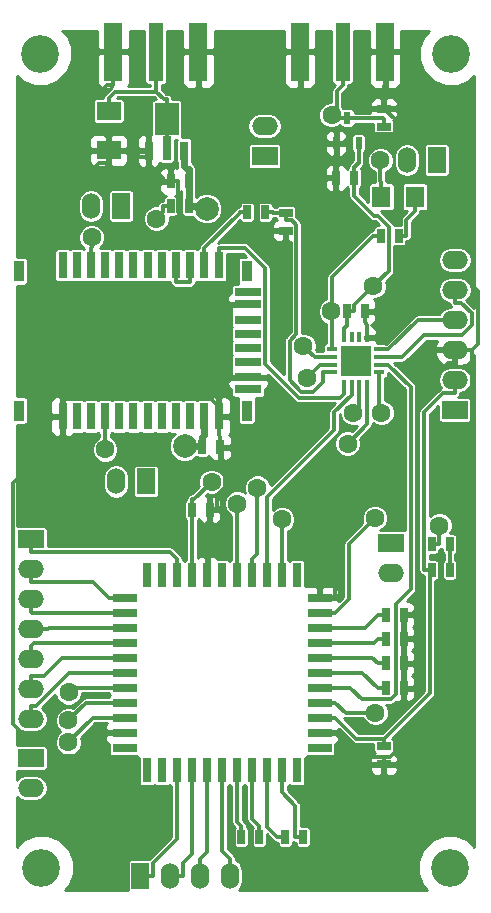
<source format=gtl>
G04 (created by PCBNEW (2013-mar-13)-testing) date Wed 06 Nov 2013 09:32:46 AM CET*
%MOIN*%
G04 Gerber Fmt 3.4, Leading zero omitted, Abs format*
%FSLAX34Y34*%
G01*
G70*
G90*
G04 APERTURE LIST*
%ADD10C,0.005906*%
%ADD11R,0.025000X0.045000*%
%ADD12R,0.045000X0.025000*%
%ADD13R,0.080000X0.060000*%
%ADD14R,0.062900X0.070900*%
%ADD15R,0.051181X0.196850*%
%ADD16R,0.059055X0.196850*%
%ADD17R,0.060000X0.086600*%
%ADD18O,0.060000X0.086600*%
%ADD19R,0.086600X0.060000*%
%ADD20O,0.086600X0.060000*%
%ADD21R,0.080000X0.030000*%
%ADD22R,0.030000X0.080000*%
%ADD23R,0.031400X0.088600*%
%ADD24R,0.088600X0.031400*%
%ADD25R,0.035400X0.070800*%
%ADD26R,0.035400X0.070700*%
%ADD27R,0.027600X0.063000*%
%ADD28R,0.027600X0.082700*%
%ADD29R,0.078700X0.108300*%
%ADD30R,0.023600X0.039400*%
%ADD31C,0.126000*%
%ADD32R,0.035433X0.013780*%
%ADD33R,0.013780X0.035433*%
%ADD34R,0.098425X0.098425*%
%ADD35C,0.062992*%
%ADD36C,0.078740*%
%ADD37C,0.011811*%
%ADD38C,0.023622*%
%ADD39C,0.010000*%
G04 APERTURE END LIST*
G54D10*
G54D11*
X50251Y-47598D03*
X50851Y-47598D03*
X51707Y-47598D03*
X52307Y-47598D03*
G54D12*
X55000Y-44581D03*
X55000Y-45181D03*
G54D11*
X55054Y-42637D03*
X55654Y-42637D03*
X55054Y-41811D03*
X55654Y-41811D03*
X55054Y-40984D03*
X55654Y-40984D03*
X55054Y-40196D03*
X55654Y-40196D03*
X53755Y-30078D03*
X54355Y-30078D03*
X48951Y-34606D03*
X49551Y-34606D03*
X54000Y-25629D03*
X53400Y-25629D03*
X48488Y-25748D03*
X47888Y-25748D03*
G54D12*
X55000Y-23922D03*
X55000Y-23322D03*
G54D13*
X45826Y-23405D03*
X45826Y-24705D03*
G54D14*
X54913Y-26259D03*
X56031Y-26259D03*
G54D15*
X47401Y-21417D03*
G54D16*
X45984Y-21417D03*
X48818Y-21417D03*
G54D15*
X53622Y-21417D03*
G54D16*
X52204Y-21417D03*
X55039Y-21417D03*
G54D17*
X56759Y-25039D03*
G54D18*
X55759Y-25039D03*
G54D19*
X43228Y-37669D03*
G54D20*
X43228Y-38669D03*
X43228Y-39669D03*
X43228Y-40669D03*
X43228Y-41669D03*
X43228Y-42669D03*
X43228Y-43669D03*
G54D19*
X43228Y-44972D03*
G54D20*
X43228Y-45972D03*
G54D19*
X57362Y-33366D03*
G54D20*
X57362Y-32366D03*
X57362Y-31366D03*
X57362Y-30366D03*
X57362Y-29366D03*
X57362Y-28366D03*
G54D19*
X55236Y-37807D03*
G54D20*
X55236Y-38807D03*
G54D17*
X47074Y-35748D03*
G54D18*
X46074Y-35748D03*
G54D19*
X51023Y-24909D03*
G54D20*
X51023Y-23909D03*
G54D17*
X46248Y-26574D03*
G54D18*
X45248Y-26574D03*
G54D11*
X55496Y-27559D03*
X54896Y-27559D03*
X56589Y-38700D03*
X57189Y-38700D03*
X57189Y-37834D03*
X56589Y-37834D03*
X48488Y-26574D03*
X47888Y-26574D03*
X50448Y-26771D03*
X51048Y-26771D03*
G54D12*
X51732Y-26786D03*
X51732Y-27386D03*
G54D21*
X46356Y-42125D03*
X46356Y-42625D03*
X46356Y-43125D03*
X46356Y-43625D03*
X46356Y-44125D03*
X46356Y-44625D03*
G54D22*
X47106Y-45375D03*
X47606Y-45375D03*
X48106Y-45375D03*
X48606Y-45375D03*
X49106Y-45375D03*
X49606Y-45375D03*
X50106Y-45375D03*
X50606Y-45375D03*
X51106Y-45375D03*
X51606Y-45375D03*
X52106Y-45375D03*
G54D21*
X52856Y-44625D03*
X52856Y-44125D03*
X52856Y-43625D03*
X52856Y-43125D03*
X52856Y-42625D03*
X52856Y-42125D03*
X52856Y-41625D03*
X52856Y-41125D03*
X52856Y-40625D03*
X52856Y-40125D03*
X52856Y-39625D03*
G54D22*
X52106Y-38875D03*
X51606Y-38875D03*
X51106Y-38875D03*
X50606Y-38875D03*
X50106Y-38875D03*
X49606Y-38875D03*
X49106Y-38875D03*
X48606Y-38875D03*
X48106Y-38875D03*
X47606Y-38875D03*
X47106Y-38875D03*
G54D21*
X46356Y-39625D03*
X46356Y-40125D03*
X46356Y-40625D03*
X46356Y-41125D03*
X46356Y-41625D03*
G54D23*
X44763Y-33582D03*
X45236Y-33582D03*
X45708Y-33582D03*
X46181Y-33582D03*
X46653Y-33582D03*
X47125Y-33582D03*
X47598Y-33582D03*
X48070Y-33582D03*
X48543Y-33582D03*
X49015Y-33582D03*
X49488Y-33582D03*
X49488Y-28543D03*
X49015Y-28543D03*
X48543Y-28543D03*
X48070Y-28543D03*
X47598Y-28543D03*
X47125Y-28543D03*
X46653Y-28543D03*
X46181Y-28543D03*
X45708Y-28543D03*
X45236Y-28543D03*
X44763Y-28543D03*
X44291Y-28543D03*
X44291Y-33582D03*
G54D24*
X50472Y-32676D03*
X50472Y-32283D03*
X50472Y-31771D03*
X50472Y-31298D03*
X50472Y-30826D03*
X50472Y-30354D03*
X50472Y-29842D03*
X50472Y-29448D03*
G54D25*
X50433Y-33385D03*
G54D26*
X42835Y-33385D03*
X42834Y-28739D03*
X50433Y-28739D03*
G54D27*
X47164Y-24724D03*
G54D28*
X47755Y-24626D03*
G54D27*
X48346Y-24724D03*
G54D29*
X47755Y-23681D03*
G54D30*
X53404Y-24471D03*
X53779Y-23639D03*
X54154Y-24471D03*
G54D17*
X46885Y-48897D03*
G54D18*
X47885Y-48897D03*
X48885Y-48897D03*
X49885Y-48897D03*
G54D31*
X57244Y-21496D03*
X43582Y-48622D03*
X57204Y-48622D03*
X43543Y-21496D03*
G54D11*
X48597Y-36692D03*
X49197Y-36692D03*
G54D32*
X53267Y-31604D03*
X53267Y-31860D03*
X53267Y-31348D03*
X53267Y-32116D03*
G54D33*
X53927Y-32519D03*
X53671Y-32519D03*
X54183Y-32519D03*
X54438Y-32519D03*
G54D32*
X54842Y-32116D03*
X54842Y-31860D03*
X54842Y-31604D03*
X54842Y-31348D03*
G54D33*
X54438Y-30944D03*
X54183Y-30944D03*
X53927Y-30944D03*
X53671Y-30944D03*
G54D34*
X54055Y-31732D03*
G54D35*
X49254Y-35763D03*
X54650Y-29239D03*
G54D36*
X49096Y-26657D03*
X48355Y-34579D03*
G54D35*
X53980Y-33468D03*
X50780Y-35960D03*
X52315Y-31227D03*
X44495Y-42774D03*
X53790Y-34485D03*
X50106Y-36489D03*
X52437Y-32307D03*
X53234Y-30078D03*
X51606Y-37012D03*
X54913Y-33464D03*
X54717Y-43462D03*
X55239Y-35845D03*
X44483Y-44444D03*
X53256Y-23535D03*
X45264Y-27612D03*
X45708Y-34675D03*
X47412Y-26994D03*
X44484Y-43715D03*
X54883Y-25039D03*
X54702Y-36967D03*
X56844Y-37217D03*
G54D37*
X57362Y-32581D02*
X57362Y-32402D01*
X57362Y-32581D02*
X57362Y-32796D01*
X57362Y-32366D02*
X57362Y-32402D01*
X53755Y-30078D02*
X54010Y-30078D01*
X56334Y-33449D02*
X56334Y-38700D01*
X56987Y-32796D02*
X56334Y-33449D01*
X57362Y-32796D02*
X56987Y-32796D01*
X48606Y-37056D02*
X48606Y-38875D01*
X48597Y-37047D02*
X48606Y-37056D01*
X53755Y-30553D02*
X53755Y-30078D01*
X53671Y-30637D02*
X53755Y-30553D01*
X53671Y-30944D02*
X53671Y-30637D01*
X56509Y-38700D02*
X56334Y-38700D01*
X56509Y-38700D02*
X56523Y-38700D01*
X56589Y-38700D02*
X56523Y-38700D01*
X55000Y-44581D02*
X55000Y-44326D01*
X54087Y-44326D02*
X55000Y-44326D01*
X53386Y-43625D02*
X54087Y-44326D01*
X52856Y-43625D02*
X53386Y-43625D01*
X48597Y-36870D02*
X48597Y-37047D01*
X48597Y-36870D02*
X48597Y-36692D01*
X48679Y-36337D02*
X48597Y-36337D01*
X49254Y-35763D02*
X48679Y-36337D01*
X48597Y-36692D02*
X48597Y-36337D01*
X56523Y-42802D02*
X55000Y-44326D01*
X56523Y-38700D02*
X56523Y-42802D01*
X54010Y-29879D02*
X54650Y-29239D01*
X54010Y-30078D02*
X54010Y-29879D01*
X55159Y-28730D02*
X54650Y-29239D01*
X55159Y-27263D02*
X55159Y-28730D01*
X54790Y-26894D02*
X55159Y-27263D01*
X54667Y-26894D02*
X54790Y-26894D01*
X54000Y-26227D02*
X54667Y-26894D01*
X54000Y-25629D02*
X54000Y-26227D01*
X54154Y-25121D02*
X54154Y-24471D01*
X54000Y-25274D02*
X54154Y-25121D01*
X54000Y-25629D02*
X54000Y-25274D01*
G54D38*
X48452Y-25333D02*
X48488Y-25333D01*
X48346Y-25228D02*
X48452Y-25333D01*
X48346Y-24724D02*
X48346Y-25228D01*
X48488Y-25748D02*
X48488Y-25333D01*
X48951Y-34278D02*
X49015Y-34214D01*
X48951Y-34499D02*
X48951Y-34278D01*
X49015Y-33582D02*
X49015Y-34214D01*
X48488Y-25748D02*
X48488Y-26574D01*
X49013Y-26574D02*
X49096Y-26657D01*
X48488Y-26574D02*
X49013Y-26574D01*
X48951Y-34606D02*
X48951Y-34552D01*
X48951Y-34552D02*
X48951Y-34499D01*
X48382Y-34552D02*
X48355Y-34579D01*
X48951Y-34552D02*
X48382Y-34552D01*
G54D37*
X50780Y-38171D02*
X50606Y-38345D01*
X50780Y-35960D02*
X50780Y-38171D01*
X50606Y-38875D02*
X50606Y-38345D01*
X54183Y-33266D02*
X53980Y-33468D01*
X54183Y-32519D02*
X54183Y-33266D01*
X46356Y-42625D02*
X45826Y-42625D01*
X44643Y-42625D02*
X44495Y-42774D01*
X45826Y-42625D02*
X44643Y-42625D01*
X52691Y-31604D02*
X52315Y-31227D01*
X53267Y-31604D02*
X52691Y-31604D01*
X50106Y-38875D02*
X50106Y-36489D01*
X54438Y-33836D02*
X53790Y-34485D01*
X54438Y-32519D02*
X54438Y-33836D01*
X53267Y-31860D02*
X52960Y-31860D01*
X52884Y-31860D02*
X52437Y-32307D01*
X52960Y-31860D02*
X52884Y-31860D01*
X55605Y-31604D02*
X54842Y-31604D01*
X56343Y-30866D02*
X55605Y-31604D01*
X57603Y-30866D02*
X56343Y-30866D01*
X57928Y-30541D02*
X57603Y-30866D01*
X57928Y-30147D02*
X57928Y-30541D01*
X57577Y-29796D02*
X57928Y-30147D01*
X57362Y-29796D02*
X57577Y-29796D01*
X57362Y-29366D02*
X57362Y-29796D01*
X56132Y-30366D02*
X57362Y-30366D01*
X55149Y-31348D02*
X56132Y-30366D01*
X54842Y-31348D02*
X55149Y-31348D01*
X51048Y-26771D02*
X51303Y-26771D01*
X51318Y-26786D02*
X51732Y-26786D01*
X51303Y-26771D02*
X51318Y-26786D01*
X51732Y-26786D02*
X51732Y-27041D01*
X53267Y-32116D02*
X52960Y-32116D01*
X51923Y-27041D02*
X51732Y-27041D01*
X52087Y-27205D02*
X51923Y-27041D01*
X52087Y-30826D02*
X52087Y-27205D01*
X51859Y-31054D02*
X52087Y-30826D01*
X51859Y-32359D02*
X51859Y-31054D01*
X52252Y-32752D02*
X51859Y-32359D01*
X52630Y-32752D02*
X52252Y-32752D01*
X52960Y-32421D02*
X52630Y-32752D01*
X52960Y-32116D02*
X52960Y-32421D01*
X50386Y-27970D02*
X49488Y-27970D01*
X51045Y-28629D02*
X50386Y-27970D01*
X51045Y-31817D02*
X51045Y-28629D01*
X52182Y-32953D02*
X51045Y-31817D01*
X53544Y-32953D02*
X52182Y-32953D01*
X53671Y-32826D02*
X53544Y-32953D01*
X53671Y-32519D02*
X53671Y-32826D01*
X49488Y-28543D02*
X49488Y-27970D01*
X54896Y-27559D02*
X54641Y-27559D01*
X51606Y-38875D02*
X51606Y-37012D01*
X53267Y-30078D02*
X53234Y-30078D01*
X53267Y-28933D02*
X53267Y-30078D01*
X54641Y-27559D02*
X53267Y-28933D01*
X53267Y-30078D02*
X53267Y-31348D01*
X53927Y-32857D02*
X53927Y-32519D01*
X53338Y-33445D02*
X53927Y-32857D01*
X53338Y-34031D02*
X53338Y-33445D01*
X51106Y-36264D02*
X53338Y-34031D01*
X51106Y-38875D02*
X51106Y-36264D01*
X52856Y-43125D02*
X53386Y-43125D01*
X53723Y-43462D02*
X53386Y-43125D01*
X54717Y-43462D02*
X53723Y-43462D01*
X54842Y-33393D02*
X54913Y-33464D01*
X54842Y-32116D02*
X54842Y-33393D01*
X53878Y-42625D02*
X52856Y-42625D01*
X54256Y-43004D02*
X53878Y-42625D01*
X55237Y-43004D02*
X54256Y-43004D01*
X55399Y-42842D02*
X55237Y-43004D01*
X55399Y-39833D02*
X55399Y-42842D01*
X55890Y-39341D02*
X55399Y-39833D01*
X55890Y-32601D02*
X55890Y-39341D01*
X55149Y-31860D02*
X55890Y-32601D01*
X54842Y-31860D02*
X55149Y-31860D01*
X53404Y-24471D02*
X53404Y-24798D01*
X47633Y-25638D02*
X47633Y-25748D01*
X47164Y-25169D02*
X47633Y-25638D01*
X49551Y-34606D02*
X49551Y-34251D01*
X55654Y-40954D02*
X55683Y-40984D01*
X55654Y-40196D02*
X55654Y-40954D01*
X55654Y-40984D02*
X55669Y-40984D01*
X55669Y-40984D02*
X55683Y-40984D01*
X55654Y-40999D02*
X55654Y-41811D01*
X55669Y-40984D02*
X55654Y-40999D01*
X55654Y-41811D02*
X55654Y-42637D01*
X49197Y-36692D02*
X49452Y-36692D01*
X47761Y-25748D02*
X47633Y-25748D01*
X49106Y-37139D02*
X49197Y-37047D01*
X49106Y-38875D02*
X49106Y-37139D01*
X49197Y-36692D02*
X49197Y-37047D01*
X48818Y-21417D02*
X52204Y-21417D01*
X54438Y-30517D02*
X54355Y-30433D01*
X54438Y-30944D02*
X54438Y-30517D01*
X54355Y-30256D02*
X54355Y-30433D01*
X49488Y-34187D02*
X49488Y-33582D01*
X49551Y-34251D02*
X49488Y-34187D01*
X45057Y-44894D02*
X45826Y-44125D01*
X44267Y-44894D02*
X45057Y-44894D01*
X43514Y-44140D02*
X44267Y-44894D01*
X42946Y-44140D02*
X43514Y-44140D01*
X42653Y-43848D02*
X42946Y-44140D01*
X42653Y-35793D02*
X42653Y-43848D01*
X44291Y-34155D02*
X42653Y-35793D01*
X46356Y-44125D02*
X45826Y-44125D01*
X55000Y-22570D02*
X55000Y-23322D01*
X55039Y-22531D02*
X55000Y-22570D01*
X55039Y-21417D02*
X55039Y-22531D01*
X55654Y-40196D02*
X55909Y-40196D01*
X56145Y-39960D02*
X55909Y-40196D01*
X56145Y-32797D02*
X56145Y-39960D01*
X57147Y-31796D02*
X56145Y-32797D01*
X57362Y-31796D02*
X57147Y-31796D01*
X57362Y-31366D02*
X57362Y-31796D01*
X57362Y-31366D02*
X57925Y-31366D01*
X49551Y-34606D02*
X49551Y-34961D01*
X47164Y-24724D02*
X47164Y-24946D01*
X47164Y-24946D02*
X47164Y-25169D01*
X46598Y-24946D02*
X46356Y-24705D01*
X47164Y-24946D02*
X46598Y-24946D01*
X45826Y-24705D02*
X46356Y-24705D01*
X44291Y-33822D02*
X44291Y-34155D01*
X44291Y-33822D02*
X44291Y-33582D01*
X44291Y-33582D02*
X44291Y-33009D01*
X45826Y-24705D02*
X45826Y-25135D01*
X45773Y-24275D02*
X45826Y-24275D01*
X45296Y-23798D02*
X45773Y-24275D01*
X45296Y-23006D02*
X45296Y-23798D01*
X45771Y-22531D02*
X45296Y-23006D01*
X45984Y-22531D02*
X45771Y-22531D01*
X45984Y-21417D02*
X45984Y-22531D01*
X45826Y-24705D02*
X45826Y-24275D01*
X49699Y-35108D02*
X49551Y-34961D01*
X49699Y-35947D02*
X49699Y-35108D01*
X49452Y-36194D02*
X49699Y-35947D01*
X49452Y-36692D02*
X49452Y-36194D01*
X55000Y-45181D02*
X55000Y-44926D01*
X55191Y-44926D02*
X55000Y-44926D01*
X57925Y-42192D02*
X55191Y-44926D01*
X57925Y-31366D02*
X57925Y-42192D01*
X54187Y-44926D02*
X55000Y-44926D01*
X53386Y-44125D02*
X54187Y-44926D01*
X52856Y-44125D02*
X53386Y-44125D01*
X54355Y-30256D02*
X54355Y-30078D01*
X54355Y-30078D02*
X54610Y-30078D01*
X55299Y-24179D02*
X55355Y-24123D01*
X54652Y-24179D02*
X55299Y-24179D01*
X54616Y-24143D02*
X54652Y-24179D01*
X53980Y-24143D02*
X54616Y-24143D01*
X53652Y-24471D02*
X53980Y-24143D01*
X55355Y-23677D02*
X55000Y-23322D01*
X55355Y-24123D02*
X55355Y-23677D01*
X56928Y-24123D02*
X55355Y-24123D01*
X57269Y-24463D02*
X56928Y-24123D01*
X57269Y-26405D02*
X57269Y-24463D01*
X56784Y-26890D02*
X57269Y-26405D01*
X56784Y-28923D02*
X56784Y-26890D01*
X58126Y-31164D02*
X57925Y-31366D01*
X58126Y-29385D02*
X58126Y-31164D01*
X57664Y-28923D02*
X58126Y-29385D01*
X56784Y-28923D02*
X57664Y-28923D01*
X53515Y-24471D02*
X53652Y-24471D01*
X55629Y-30078D02*
X56784Y-28923D01*
X54610Y-30078D02*
X55629Y-30078D01*
X53404Y-24471D02*
X53515Y-24471D01*
X53386Y-37631D02*
X53386Y-39625D01*
X55172Y-35845D02*
X53386Y-37631D01*
X55239Y-35845D02*
X55172Y-35845D01*
X52856Y-39625D02*
X53386Y-39625D01*
X52204Y-23519D02*
X53156Y-24471D01*
X52204Y-21417D02*
X52204Y-23519D01*
X53404Y-24471D02*
X53156Y-24471D01*
X49488Y-33582D02*
X49488Y-33296D01*
X53400Y-24801D02*
X53400Y-25629D01*
X53404Y-24798D02*
X53400Y-24801D01*
X47761Y-25748D02*
X47888Y-25748D01*
X50792Y-27054D02*
X50792Y-26455D01*
X51125Y-27386D02*
X50792Y-27054D01*
X51732Y-27386D02*
X51125Y-27386D01*
X51618Y-25629D02*
X53400Y-25629D01*
X50792Y-26455D02*
X51618Y-25629D01*
X48144Y-26767D02*
X48144Y-25748D01*
X48571Y-27195D02*
X48144Y-26767D01*
X49458Y-27195D02*
X48571Y-27195D01*
X50237Y-26416D02*
X49458Y-27195D01*
X50754Y-26416D02*
X50237Y-26416D01*
X50792Y-26455D02*
X50754Y-26416D01*
X47888Y-25748D02*
X48144Y-25748D01*
X43987Y-32705D02*
X44291Y-33009D01*
X43987Y-26651D02*
X43987Y-32705D01*
X45504Y-25135D02*
X43987Y-26651D01*
X45826Y-25135D02*
X45504Y-25135D01*
X44291Y-33009D02*
X49229Y-33009D01*
X49488Y-33268D02*
X49229Y-33009D01*
X49488Y-33296D02*
X49488Y-33268D01*
X50472Y-32283D02*
X49899Y-32283D01*
X50472Y-29842D02*
X49899Y-29842D01*
X49899Y-29842D02*
X49899Y-32283D01*
X49899Y-32340D02*
X49229Y-33009D01*
X49899Y-32283D02*
X49899Y-32340D01*
X45301Y-43625D02*
X44483Y-44444D01*
X46356Y-43625D02*
X45301Y-43625D01*
X43834Y-40625D02*
X43791Y-40669D01*
X46356Y-40625D02*
X43834Y-40625D01*
X43228Y-40669D02*
X43791Y-40669D01*
X43255Y-40125D02*
X43228Y-40099D01*
X46356Y-40125D02*
X43255Y-40125D01*
X43228Y-39669D02*
X43228Y-40099D01*
X55000Y-23922D02*
X55000Y-23667D01*
X54972Y-23639D02*
X55000Y-23667D01*
X53779Y-23639D02*
X54972Y-23639D01*
X53779Y-23639D02*
X53531Y-23639D01*
X53622Y-21417D02*
X53622Y-22531D01*
X53428Y-22725D02*
X53428Y-23535D01*
X53622Y-22531D02*
X53428Y-22725D01*
X53428Y-23535D02*
X53531Y-23639D01*
X53428Y-23535D02*
X53256Y-23535D01*
X47401Y-21417D02*
X47401Y-22531D01*
X47755Y-23681D02*
X47755Y-24626D01*
X45826Y-23405D02*
X45826Y-22975D01*
X47401Y-22531D02*
X47401Y-22756D01*
X47655Y-23009D02*
X47401Y-22756D01*
X47755Y-23009D02*
X47655Y-23009D01*
X46045Y-22756D02*
X45826Y-22975D01*
X47401Y-22756D02*
X46045Y-22756D01*
X47755Y-23681D02*
X47755Y-23009D01*
X45264Y-27943D02*
X45264Y-27612D01*
X45236Y-27970D02*
X45264Y-27943D01*
X45236Y-28543D02*
X45236Y-27970D01*
X45708Y-33582D02*
X45708Y-34675D01*
X48070Y-29116D02*
X48543Y-29116D01*
X48070Y-28543D02*
X48070Y-29116D01*
X48543Y-28543D02*
X48543Y-29116D01*
X47633Y-26772D02*
X47412Y-26994D01*
X47633Y-26574D02*
X47633Y-26772D01*
X47888Y-26574D02*
X47633Y-26574D01*
X50192Y-26793D02*
X50192Y-26771D01*
X49015Y-27970D02*
X50192Y-26793D01*
X49015Y-28543D02*
X49015Y-27970D01*
X50448Y-26771D02*
X50192Y-26771D01*
X57189Y-37834D02*
X57189Y-38700D01*
X45074Y-43125D02*
X46356Y-43125D01*
X44484Y-43715D02*
X45074Y-43125D01*
X54913Y-26259D02*
X54913Y-25775D01*
X54883Y-25744D02*
X54883Y-25039D01*
X54913Y-25775D02*
X54883Y-25744D01*
X55751Y-27023D02*
X56031Y-26744D01*
X55751Y-27559D02*
X55751Y-27023D01*
X55496Y-27559D02*
X55751Y-27559D01*
X56031Y-26259D02*
X56031Y-26744D01*
X49606Y-48055D02*
X49606Y-45375D01*
X49885Y-48334D02*
X49606Y-48055D01*
X49885Y-48897D02*
X49885Y-48334D01*
X52856Y-40125D02*
X53386Y-40125D01*
X53831Y-37838D02*
X54702Y-36967D01*
X53831Y-39680D02*
X53831Y-37838D01*
X53386Y-40125D02*
X53831Y-39680D01*
X56589Y-37834D02*
X56844Y-37834D01*
X56844Y-37834D02*
X56844Y-37217D01*
X45299Y-39099D02*
X43228Y-39099D01*
X45826Y-39625D02*
X45299Y-39099D01*
X43228Y-38669D02*
X43228Y-39099D01*
X46356Y-39625D02*
X45826Y-39625D01*
X49106Y-48114D02*
X49106Y-45375D01*
X48885Y-48334D02*
X49106Y-48114D01*
X48885Y-48897D02*
X48885Y-48334D01*
X54370Y-40625D02*
X54799Y-40196D01*
X52856Y-40625D02*
X54370Y-40625D01*
X55054Y-40196D02*
X54799Y-40196D01*
X54657Y-41125D02*
X54799Y-40984D01*
X52856Y-41125D02*
X54657Y-41125D01*
X55054Y-40984D02*
X54799Y-40984D01*
X54614Y-41625D02*
X54799Y-41811D01*
X52856Y-41625D02*
X54614Y-41625D01*
X55054Y-41811D02*
X54799Y-41811D01*
X54287Y-42125D02*
X54799Y-42637D01*
X52856Y-42125D02*
X54287Y-42125D01*
X55054Y-42637D02*
X54799Y-42637D01*
X48606Y-48177D02*
X48606Y-45375D01*
X48315Y-48467D02*
X48606Y-48177D01*
X48315Y-48897D02*
X48315Y-48467D01*
X47885Y-48897D02*
X48315Y-48897D01*
X48106Y-47677D02*
X48106Y-45375D01*
X47315Y-48467D02*
X48106Y-47677D01*
X47315Y-48897D02*
X47315Y-48467D01*
X46885Y-48897D02*
X47315Y-48897D01*
X52307Y-47598D02*
X52052Y-47598D01*
X51606Y-46106D02*
X51606Y-45375D01*
X52052Y-46552D02*
X51606Y-46106D01*
X52052Y-47598D02*
X52052Y-46552D01*
X51106Y-47251D02*
X51452Y-47598D01*
X51106Y-45375D02*
X51106Y-47251D01*
X51707Y-47598D02*
X51452Y-47598D01*
X50606Y-46998D02*
X50851Y-47243D01*
X50606Y-45375D02*
X50606Y-46998D01*
X50851Y-47598D02*
X50851Y-47243D01*
X50106Y-47098D02*
X50251Y-47243D01*
X50106Y-45375D02*
X50106Y-47098D01*
X50251Y-47598D02*
X50251Y-47243D01*
X47859Y-38099D02*
X43228Y-38099D01*
X48106Y-38345D02*
X47859Y-38099D01*
X48106Y-38875D02*
X48106Y-38345D01*
X43228Y-37669D02*
X43228Y-38099D01*
X43228Y-43669D02*
X43228Y-43239D01*
X44512Y-42125D02*
X46356Y-42125D01*
X43399Y-43239D02*
X44512Y-42125D01*
X43228Y-43239D02*
X43399Y-43239D01*
X43658Y-42239D02*
X43228Y-42239D01*
X44271Y-41625D02*
X43658Y-42239D01*
X46356Y-41625D02*
X44271Y-41625D01*
X43228Y-42669D02*
X43228Y-42239D01*
X43341Y-41125D02*
X43228Y-41239D01*
X46356Y-41125D02*
X43341Y-41125D01*
X43228Y-41669D02*
X43228Y-41239D01*
G54D10*
G36*
X47918Y-47599D02*
X47183Y-48334D01*
X47182Y-48335D01*
X47160Y-48335D01*
X46560Y-48335D01*
X46512Y-48355D01*
X46476Y-48391D01*
X46457Y-48439D01*
X46457Y-48490D01*
X46457Y-49356D01*
X46458Y-49359D01*
X44364Y-49359D01*
X44492Y-49231D01*
X44656Y-48836D01*
X44656Y-48409D01*
X44493Y-48014D01*
X44191Y-47712D01*
X43797Y-47548D01*
X43369Y-47547D01*
X42975Y-47711D01*
X42766Y-47919D01*
X42766Y-46253D01*
X42781Y-46275D01*
X42920Y-46368D01*
X43084Y-46401D01*
X43372Y-46401D01*
X43536Y-46368D01*
X43675Y-46275D01*
X43768Y-46136D01*
X43801Y-45972D01*
X43768Y-45808D01*
X43675Y-45669D01*
X43536Y-45576D01*
X43372Y-45543D01*
X43084Y-45543D01*
X42920Y-45576D01*
X42781Y-45669D01*
X42766Y-45691D01*
X42766Y-45399D01*
X42769Y-45401D01*
X42820Y-45401D01*
X43686Y-45401D01*
X43734Y-45381D01*
X43770Y-45345D01*
X43790Y-45298D01*
X43790Y-45246D01*
X43790Y-44646D01*
X43770Y-44599D01*
X43734Y-44563D01*
X43686Y-44543D01*
X43635Y-44543D01*
X42769Y-44543D01*
X42766Y-44545D01*
X42766Y-43950D01*
X42781Y-43972D01*
X42920Y-44065D01*
X43084Y-44098D01*
X43372Y-44098D01*
X43536Y-44065D01*
X43675Y-43972D01*
X43768Y-43833D01*
X43801Y-43669D01*
X43768Y-43505D01*
X43675Y-43366D01*
X43593Y-43311D01*
X44051Y-42852D01*
X44051Y-42862D01*
X44119Y-43025D01*
X44244Y-43150D01*
X44407Y-43217D01*
X44583Y-43217D01*
X44746Y-43150D01*
X44871Y-43025D01*
X44939Y-42862D01*
X44939Y-42813D01*
X45826Y-42813D01*
X45832Y-42813D01*
X45847Y-42848D01*
X45874Y-42875D01*
X45847Y-42903D01*
X45832Y-42938D01*
X45074Y-42938D01*
X45002Y-42952D01*
X44942Y-42993D01*
X44636Y-43298D01*
X44573Y-43272D01*
X44396Y-43272D01*
X44233Y-43339D01*
X44108Y-43464D01*
X44041Y-43627D01*
X44041Y-43803D01*
X44108Y-43966D01*
X44220Y-44079D01*
X44107Y-44192D01*
X44039Y-44355D01*
X44039Y-44531D01*
X44106Y-44695D01*
X44231Y-44820D01*
X44394Y-44887D01*
X44571Y-44887D01*
X44734Y-44820D01*
X44859Y-44695D01*
X44926Y-44532D01*
X44926Y-44356D01*
X44900Y-44292D01*
X45379Y-43813D01*
X45764Y-43813D01*
X45744Y-43834D01*
X45706Y-43926D01*
X45706Y-44013D01*
X45768Y-44075D01*
X46306Y-44075D01*
X46306Y-44068D01*
X46406Y-44068D01*
X46406Y-44075D01*
X46414Y-44075D01*
X46414Y-44175D01*
X46406Y-44175D01*
X46406Y-44183D01*
X46306Y-44183D01*
X46306Y-44175D01*
X45768Y-44175D01*
X45706Y-44238D01*
X45706Y-44325D01*
X45744Y-44417D01*
X45814Y-44487D01*
X45827Y-44493D01*
X45827Y-44501D01*
X45827Y-44801D01*
X45847Y-44848D01*
X45883Y-44885D01*
X45930Y-44904D01*
X45981Y-44904D01*
X46772Y-44904D01*
X46772Y-44960D01*
X46827Y-44960D01*
X46827Y-45001D01*
X46827Y-45801D01*
X46847Y-45848D01*
X46883Y-45885D01*
X46930Y-45904D01*
X46981Y-45904D01*
X47281Y-45904D01*
X47329Y-45885D01*
X47356Y-45858D01*
X47383Y-45885D01*
X47430Y-45904D01*
X47481Y-45904D01*
X47781Y-45904D01*
X47829Y-45885D01*
X47856Y-45858D01*
X47883Y-45885D01*
X47918Y-45899D01*
X47918Y-47599D01*
X47918Y-47599D01*
G37*
G54D39*
X47918Y-47599D02*
X47183Y-48334D01*
X47182Y-48335D01*
X47160Y-48335D01*
X46560Y-48335D01*
X46512Y-48355D01*
X46476Y-48391D01*
X46457Y-48439D01*
X46457Y-48490D01*
X46457Y-49356D01*
X46458Y-49359D01*
X44364Y-49359D01*
X44492Y-49231D01*
X44656Y-48836D01*
X44656Y-48409D01*
X44493Y-48014D01*
X44191Y-47712D01*
X43797Y-47548D01*
X43369Y-47547D01*
X42975Y-47711D01*
X42766Y-47919D01*
X42766Y-46253D01*
X42781Y-46275D01*
X42920Y-46368D01*
X43084Y-46401D01*
X43372Y-46401D01*
X43536Y-46368D01*
X43675Y-46275D01*
X43768Y-46136D01*
X43801Y-45972D01*
X43768Y-45808D01*
X43675Y-45669D01*
X43536Y-45576D01*
X43372Y-45543D01*
X43084Y-45543D01*
X42920Y-45576D01*
X42781Y-45669D01*
X42766Y-45691D01*
X42766Y-45399D01*
X42769Y-45401D01*
X42820Y-45401D01*
X43686Y-45401D01*
X43734Y-45381D01*
X43770Y-45345D01*
X43790Y-45298D01*
X43790Y-45246D01*
X43790Y-44646D01*
X43770Y-44599D01*
X43734Y-44563D01*
X43686Y-44543D01*
X43635Y-44543D01*
X42769Y-44543D01*
X42766Y-44545D01*
X42766Y-43950D01*
X42781Y-43972D01*
X42920Y-44065D01*
X43084Y-44098D01*
X43372Y-44098D01*
X43536Y-44065D01*
X43675Y-43972D01*
X43768Y-43833D01*
X43801Y-43669D01*
X43768Y-43505D01*
X43675Y-43366D01*
X43593Y-43311D01*
X44051Y-42852D01*
X44051Y-42862D01*
X44119Y-43025D01*
X44244Y-43150D01*
X44407Y-43217D01*
X44583Y-43217D01*
X44746Y-43150D01*
X44871Y-43025D01*
X44939Y-42862D01*
X44939Y-42813D01*
X45826Y-42813D01*
X45832Y-42813D01*
X45847Y-42848D01*
X45874Y-42875D01*
X45847Y-42903D01*
X45832Y-42938D01*
X45074Y-42938D01*
X45002Y-42952D01*
X44942Y-42993D01*
X44636Y-43298D01*
X44573Y-43272D01*
X44396Y-43272D01*
X44233Y-43339D01*
X44108Y-43464D01*
X44041Y-43627D01*
X44041Y-43803D01*
X44108Y-43966D01*
X44220Y-44079D01*
X44107Y-44192D01*
X44039Y-44355D01*
X44039Y-44531D01*
X44106Y-44695D01*
X44231Y-44820D01*
X44394Y-44887D01*
X44571Y-44887D01*
X44734Y-44820D01*
X44859Y-44695D01*
X44926Y-44532D01*
X44926Y-44356D01*
X44900Y-44292D01*
X45379Y-43813D01*
X45764Y-43813D01*
X45744Y-43834D01*
X45706Y-43926D01*
X45706Y-44013D01*
X45768Y-44075D01*
X46306Y-44075D01*
X46306Y-44068D01*
X46406Y-44068D01*
X46406Y-44075D01*
X46414Y-44075D01*
X46414Y-44175D01*
X46406Y-44175D01*
X46406Y-44183D01*
X46306Y-44183D01*
X46306Y-44175D01*
X45768Y-44175D01*
X45706Y-44238D01*
X45706Y-44325D01*
X45744Y-44417D01*
X45814Y-44487D01*
X45827Y-44493D01*
X45827Y-44501D01*
X45827Y-44801D01*
X45847Y-44848D01*
X45883Y-44885D01*
X45930Y-44904D01*
X45981Y-44904D01*
X46772Y-44904D01*
X46772Y-44960D01*
X46827Y-44960D01*
X46827Y-45001D01*
X46827Y-45801D01*
X46847Y-45848D01*
X46883Y-45885D01*
X46930Y-45904D01*
X46981Y-45904D01*
X47281Y-45904D01*
X47329Y-45885D01*
X47356Y-45858D01*
X47383Y-45885D01*
X47430Y-45904D01*
X47481Y-45904D01*
X47781Y-45904D01*
X47829Y-45885D01*
X47856Y-45858D01*
X47883Y-45885D01*
X47918Y-45899D01*
X47918Y-47599D01*
G54D10*
G36*
X55703Y-37381D02*
X55694Y-37378D01*
X55643Y-37378D01*
X54869Y-37378D01*
X54953Y-37343D01*
X55078Y-37218D01*
X55145Y-37055D01*
X55146Y-36879D01*
X55078Y-36716D01*
X54953Y-36591D01*
X54790Y-36523D01*
X54614Y-36523D01*
X54451Y-36590D01*
X54326Y-36715D01*
X54258Y-36878D01*
X54258Y-37055D01*
X54284Y-37119D01*
X53698Y-37705D01*
X53657Y-37766D01*
X53643Y-37838D01*
X53643Y-39603D01*
X53506Y-39740D01*
X53506Y-39738D01*
X53506Y-39513D01*
X53506Y-39426D01*
X53468Y-39334D01*
X53397Y-39264D01*
X53306Y-39225D01*
X52968Y-39225D01*
X52906Y-39288D01*
X52906Y-39575D01*
X53443Y-39575D01*
X53506Y-39513D01*
X53506Y-39738D01*
X53443Y-39675D01*
X52906Y-39675D01*
X52906Y-39683D01*
X52806Y-39683D01*
X52806Y-39675D01*
X52798Y-39675D01*
X52798Y-39575D01*
X52806Y-39575D01*
X52806Y-39288D01*
X52743Y-39225D01*
X52406Y-39225D01*
X52385Y-39234D01*
X52385Y-38450D01*
X52365Y-38403D01*
X52329Y-38366D01*
X52281Y-38347D01*
X52230Y-38347D01*
X51930Y-38347D01*
X51883Y-38366D01*
X51856Y-38393D01*
X51829Y-38366D01*
X51794Y-38352D01*
X51794Y-37414D01*
X51857Y-37388D01*
X51982Y-37263D01*
X52049Y-37100D01*
X52050Y-36924D01*
X51982Y-36761D01*
X51857Y-36636D01*
X51694Y-36568D01*
X51518Y-36568D01*
X51355Y-36635D01*
X51294Y-36696D01*
X51294Y-36342D01*
X53471Y-34164D01*
X53512Y-34103D01*
X53526Y-34031D01*
X53526Y-33523D01*
X53537Y-33513D01*
X53537Y-33556D01*
X53604Y-33719D01*
X53729Y-33844D01*
X53892Y-33911D01*
X54068Y-33911D01*
X54118Y-33891D01*
X53941Y-34067D01*
X53878Y-34041D01*
X53702Y-34041D01*
X53539Y-34108D01*
X53414Y-34233D01*
X53346Y-34396D01*
X53346Y-34573D01*
X53413Y-34736D01*
X53538Y-34861D01*
X53701Y-34928D01*
X53878Y-34929D01*
X54041Y-34861D01*
X54166Y-34736D01*
X54233Y-34573D01*
X54233Y-34397D01*
X54207Y-34333D01*
X54571Y-33969D01*
X54612Y-33908D01*
X54626Y-33836D01*
X54626Y-33805D01*
X54661Y-33840D01*
X54824Y-33907D01*
X55000Y-33907D01*
X55164Y-33840D01*
X55289Y-33715D01*
X55356Y-33552D01*
X55356Y-33376D01*
X55289Y-33213D01*
X55164Y-33088D01*
X55030Y-33032D01*
X55030Y-32313D01*
X55045Y-32313D01*
X55092Y-32294D01*
X55128Y-32257D01*
X55148Y-32210D01*
X55148Y-32159D01*
X55148Y-32124D01*
X55703Y-32679D01*
X55703Y-37381D01*
X55703Y-37381D01*
G37*
G54D39*
X55703Y-37381D02*
X55694Y-37378D01*
X55643Y-37378D01*
X54869Y-37378D01*
X54953Y-37343D01*
X55078Y-37218D01*
X55145Y-37055D01*
X55146Y-36879D01*
X55078Y-36716D01*
X54953Y-36591D01*
X54790Y-36523D01*
X54614Y-36523D01*
X54451Y-36590D01*
X54326Y-36715D01*
X54258Y-36878D01*
X54258Y-37055D01*
X54284Y-37119D01*
X53698Y-37705D01*
X53657Y-37766D01*
X53643Y-37838D01*
X53643Y-39603D01*
X53506Y-39740D01*
X53506Y-39738D01*
X53506Y-39513D01*
X53506Y-39426D01*
X53468Y-39334D01*
X53397Y-39264D01*
X53306Y-39225D01*
X52968Y-39225D01*
X52906Y-39288D01*
X52906Y-39575D01*
X53443Y-39575D01*
X53506Y-39513D01*
X53506Y-39738D01*
X53443Y-39675D01*
X52906Y-39675D01*
X52906Y-39683D01*
X52806Y-39683D01*
X52806Y-39675D01*
X52798Y-39675D01*
X52798Y-39575D01*
X52806Y-39575D01*
X52806Y-39288D01*
X52743Y-39225D01*
X52406Y-39225D01*
X52385Y-39234D01*
X52385Y-38450D01*
X52365Y-38403D01*
X52329Y-38366D01*
X52281Y-38347D01*
X52230Y-38347D01*
X51930Y-38347D01*
X51883Y-38366D01*
X51856Y-38393D01*
X51829Y-38366D01*
X51794Y-38352D01*
X51794Y-37414D01*
X51857Y-37388D01*
X51982Y-37263D01*
X52049Y-37100D01*
X52050Y-36924D01*
X51982Y-36761D01*
X51857Y-36636D01*
X51694Y-36568D01*
X51518Y-36568D01*
X51355Y-36635D01*
X51294Y-36696D01*
X51294Y-36342D01*
X53471Y-34164D01*
X53512Y-34103D01*
X53526Y-34031D01*
X53526Y-33523D01*
X53537Y-33513D01*
X53537Y-33556D01*
X53604Y-33719D01*
X53729Y-33844D01*
X53892Y-33911D01*
X54068Y-33911D01*
X54118Y-33891D01*
X53941Y-34067D01*
X53878Y-34041D01*
X53702Y-34041D01*
X53539Y-34108D01*
X53414Y-34233D01*
X53346Y-34396D01*
X53346Y-34573D01*
X53413Y-34736D01*
X53538Y-34861D01*
X53701Y-34928D01*
X53878Y-34929D01*
X54041Y-34861D01*
X54166Y-34736D01*
X54233Y-34573D01*
X54233Y-34397D01*
X54207Y-34333D01*
X54571Y-33969D01*
X54612Y-33908D01*
X54626Y-33836D01*
X54626Y-33805D01*
X54661Y-33840D01*
X54824Y-33907D01*
X55000Y-33907D01*
X55164Y-33840D01*
X55289Y-33715D01*
X55356Y-33552D01*
X55356Y-33376D01*
X55289Y-33213D01*
X55164Y-33088D01*
X55030Y-33032D01*
X55030Y-32313D01*
X55045Y-32313D01*
X55092Y-32294D01*
X55128Y-32257D01*
X55148Y-32210D01*
X55148Y-32159D01*
X55148Y-32124D01*
X55703Y-32679D01*
X55703Y-37381D01*
G54D10*
G36*
X58020Y-29974D02*
X57753Y-29706D01*
X57809Y-29669D01*
X57902Y-29530D01*
X57934Y-29366D01*
X57934Y-28366D01*
X57902Y-28202D01*
X57809Y-28062D01*
X57670Y-27970D01*
X57506Y-27937D01*
X57218Y-27937D01*
X57188Y-27943D01*
X57188Y-25497D01*
X57188Y-25446D01*
X57188Y-24580D01*
X57168Y-24533D01*
X57132Y-24497D01*
X57085Y-24477D01*
X57034Y-24477D01*
X56434Y-24477D01*
X56386Y-24497D01*
X56350Y-24533D01*
X56331Y-24580D01*
X56331Y-24631D01*
X56331Y-25497D01*
X56350Y-25545D01*
X56386Y-25581D01*
X56434Y-25601D01*
X56485Y-25601D01*
X57085Y-25601D01*
X57132Y-25581D01*
X57168Y-25545D01*
X57188Y-25497D01*
X57188Y-27943D01*
X57054Y-27970D01*
X56915Y-28062D01*
X56822Y-28202D01*
X56789Y-28366D01*
X56822Y-28530D01*
X56915Y-28669D01*
X57054Y-28762D01*
X57218Y-28794D01*
X57506Y-28794D01*
X57670Y-28762D01*
X57809Y-28669D01*
X57902Y-28530D01*
X57934Y-28366D01*
X57934Y-29366D01*
X57902Y-29202D01*
X57809Y-29062D01*
X57670Y-28970D01*
X57506Y-28937D01*
X57218Y-28937D01*
X57054Y-28970D01*
X56915Y-29062D01*
X56822Y-29202D01*
X56789Y-29366D01*
X56822Y-29530D01*
X56915Y-29669D01*
X57054Y-29762D01*
X57174Y-29786D01*
X57174Y-29796D01*
X57188Y-29868D01*
X57229Y-29928D01*
X57242Y-29937D01*
X57218Y-29937D01*
X57054Y-29970D01*
X56915Y-30062D01*
X56837Y-30178D01*
X56132Y-30178D01*
X56060Y-30192D01*
X55999Y-30233D01*
X55071Y-31160D01*
X55069Y-31160D01*
X55045Y-31150D01*
X54994Y-31150D01*
X54757Y-31150D01*
X54757Y-31057D01*
X54695Y-30994D01*
X54473Y-30994D01*
X54473Y-31002D01*
X54404Y-31002D01*
X54404Y-30994D01*
X54381Y-30994D01*
X54381Y-30894D01*
X54404Y-30894D01*
X54404Y-30887D01*
X54473Y-30887D01*
X54473Y-30894D01*
X54695Y-30894D01*
X54757Y-30832D01*
X54757Y-30717D01*
X54719Y-30626D01*
X54649Y-30555D01*
X54587Y-30529D01*
X54621Y-30515D01*
X54692Y-30445D01*
X54730Y-30353D01*
X54730Y-30254D01*
X54730Y-30191D01*
X54667Y-30128D01*
X54405Y-30128D01*
X54405Y-30136D01*
X54305Y-30136D01*
X54305Y-30128D01*
X54297Y-30128D01*
X54297Y-30028D01*
X54305Y-30028D01*
X54305Y-30020D01*
X54405Y-30020D01*
X54405Y-30028D01*
X54667Y-30028D01*
X54730Y-29966D01*
X54730Y-29903D01*
X54730Y-29804D01*
X54692Y-29712D01*
X54662Y-29682D01*
X54738Y-29683D01*
X54901Y-29615D01*
X55026Y-29490D01*
X55093Y-29327D01*
X55093Y-29151D01*
X55067Y-29087D01*
X55292Y-28863D01*
X55332Y-28802D01*
X55347Y-28730D01*
X55347Y-27912D01*
X55397Y-27912D01*
X55647Y-27912D01*
X55694Y-27893D01*
X55730Y-27856D01*
X55750Y-27809D01*
X55750Y-27758D01*
X55750Y-27746D01*
X55751Y-27746D01*
X55823Y-27732D01*
X55884Y-27691D01*
X55925Y-27630D01*
X55939Y-27559D01*
X55939Y-27101D01*
X56164Y-26877D01*
X56204Y-26816D01*
X56219Y-26744D01*
X56219Y-26743D01*
X56371Y-26743D01*
X56418Y-26723D01*
X56455Y-26687D01*
X56474Y-26639D01*
X56474Y-26588D01*
X56474Y-25879D01*
X56455Y-25832D01*
X56418Y-25796D01*
X56371Y-25776D01*
X56320Y-25776D01*
X56188Y-25776D01*
X56188Y-25183D01*
X56188Y-24895D01*
X56155Y-24731D01*
X56063Y-24592D01*
X55923Y-24499D01*
X55759Y-24466D01*
X55595Y-24499D01*
X55584Y-24506D01*
X55584Y-22451D01*
X55584Y-22351D01*
X55584Y-21529D01*
X55522Y-21467D01*
X55089Y-21467D01*
X55089Y-22589D01*
X55151Y-22651D01*
X55384Y-22651D01*
X55476Y-22613D01*
X55546Y-22543D01*
X55584Y-22451D01*
X55584Y-24506D01*
X55456Y-24592D01*
X55363Y-24731D01*
X55331Y-24895D01*
X55331Y-25183D01*
X55363Y-25347D01*
X55456Y-25486D01*
X55595Y-25579D01*
X55759Y-25612D01*
X55923Y-25579D01*
X56063Y-25486D01*
X56155Y-25347D01*
X56188Y-25183D01*
X56188Y-25776D01*
X55691Y-25776D01*
X55644Y-25796D01*
X55607Y-25832D01*
X55588Y-25879D01*
X55588Y-25930D01*
X55588Y-26639D01*
X55607Y-26687D01*
X55644Y-26723D01*
X55691Y-26743D01*
X55742Y-26743D01*
X55767Y-26743D01*
X55619Y-26891D01*
X55578Y-26952D01*
X55564Y-27023D01*
X55564Y-27205D01*
X55346Y-27205D01*
X55336Y-27209D01*
X55332Y-27191D01*
X55292Y-27130D01*
X54923Y-26761D01*
X54895Y-26743D01*
X55253Y-26743D01*
X55300Y-26723D01*
X55337Y-26687D01*
X55356Y-26639D01*
X55356Y-26588D01*
X55356Y-25879D01*
X55337Y-25832D01*
X55300Y-25796D01*
X55253Y-25776D01*
X55202Y-25776D01*
X55101Y-25776D01*
X55101Y-25775D01*
X55086Y-25703D01*
X55070Y-25679D01*
X55070Y-25441D01*
X55134Y-25415D01*
X55259Y-25291D01*
X55326Y-25128D01*
X55326Y-24951D01*
X55259Y-24788D01*
X55134Y-24663D01*
X54971Y-24595D01*
X54795Y-24595D01*
X54632Y-24662D01*
X54507Y-24787D01*
X54439Y-24950D01*
X54439Y-25127D01*
X54506Y-25290D01*
X54631Y-25415D01*
X54695Y-25441D01*
X54695Y-25744D01*
X54701Y-25776D01*
X54573Y-25776D01*
X54526Y-25796D01*
X54489Y-25832D01*
X54470Y-25879D01*
X54470Y-25930D01*
X54470Y-26431D01*
X54188Y-26149D01*
X54188Y-25968D01*
X54198Y-25964D01*
X54234Y-25927D01*
X54254Y-25880D01*
X54254Y-25829D01*
X54254Y-25379D01*
X54234Y-25331D01*
X54222Y-25319D01*
X54287Y-25253D01*
X54328Y-25193D01*
X54328Y-25193D01*
X54342Y-25121D01*
X54342Y-24778D01*
X54345Y-24777D01*
X54381Y-24741D01*
X54401Y-24693D01*
X54401Y-24642D01*
X54401Y-24248D01*
X54381Y-24201D01*
X54345Y-24164D01*
X54298Y-24145D01*
X54246Y-24145D01*
X54010Y-24145D01*
X53963Y-24164D01*
X53927Y-24201D01*
X53907Y-24248D01*
X53907Y-24299D01*
X53907Y-24693D01*
X53927Y-24741D01*
X53963Y-24777D01*
X53966Y-24778D01*
X53966Y-25043D01*
X53867Y-25142D01*
X53827Y-25203D01*
X53812Y-25274D01*
X53812Y-25291D01*
X53802Y-25295D01*
X53772Y-25326D01*
X53772Y-24717D01*
X53772Y-24618D01*
X53772Y-24583D01*
X53772Y-24358D01*
X53772Y-24323D01*
X53772Y-24224D01*
X53734Y-24132D01*
X53664Y-24062D01*
X53572Y-24024D01*
X53517Y-24024D01*
X53454Y-24086D01*
X53454Y-24421D01*
X53710Y-24421D01*
X53772Y-24358D01*
X53772Y-24583D01*
X53710Y-24521D01*
X53454Y-24521D01*
X53454Y-24855D01*
X53517Y-24918D01*
X53572Y-24918D01*
X53664Y-24880D01*
X53734Y-24809D01*
X53772Y-24717D01*
X53772Y-25326D01*
X53766Y-25331D01*
X53766Y-25332D01*
X53737Y-25263D01*
X53667Y-25192D01*
X53575Y-25154D01*
X53513Y-25154D01*
X53450Y-25217D01*
X53450Y-25579D01*
X53458Y-25579D01*
X53458Y-25679D01*
X53450Y-25679D01*
X53450Y-26042D01*
X53513Y-26104D01*
X53575Y-26104D01*
X53667Y-26066D01*
X53737Y-25996D01*
X53766Y-25927D01*
X53766Y-25927D01*
X53802Y-25964D01*
X53812Y-25968D01*
X53812Y-26227D01*
X53827Y-26299D01*
X53867Y-26360D01*
X54534Y-27027D01*
X54595Y-27067D01*
X54667Y-27082D01*
X54712Y-27082D01*
X54835Y-27205D01*
X54746Y-27205D01*
X54698Y-27224D01*
X54662Y-27261D01*
X54643Y-27308D01*
X54643Y-27359D01*
X54643Y-27371D01*
X54641Y-27371D01*
X54569Y-27385D01*
X54509Y-27426D01*
X53354Y-28580D01*
X53354Y-24855D01*
X53354Y-24521D01*
X53354Y-24421D01*
X53354Y-24086D01*
X53292Y-24024D01*
X53236Y-24024D01*
X53144Y-24062D01*
X53074Y-24132D01*
X53036Y-24224D01*
X53036Y-24323D01*
X53036Y-24358D01*
X53099Y-24421D01*
X53354Y-24421D01*
X53354Y-24521D01*
X53099Y-24521D01*
X53036Y-24583D01*
X53036Y-24618D01*
X53036Y-24717D01*
X53074Y-24809D01*
X53144Y-24880D01*
X53236Y-24918D01*
X53292Y-24918D01*
X53354Y-24855D01*
X53354Y-28580D01*
X53350Y-28584D01*
X53350Y-26042D01*
X53350Y-25679D01*
X53350Y-25579D01*
X53350Y-25217D01*
X53288Y-25154D01*
X53226Y-25154D01*
X53134Y-25192D01*
X53063Y-25263D01*
X53025Y-25355D01*
X53025Y-25454D01*
X53025Y-25517D01*
X53088Y-25579D01*
X53350Y-25579D01*
X53350Y-25679D01*
X53088Y-25679D01*
X53025Y-25742D01*
X53025Y-25805D01*
X53025Y-25904D01*
X53063Y-25996D01*
X53134Y-26066D01*
X53226Y-26104D01*
X53288Y-26104D01*
X53350Y-26042D01*
X53350Y-28584D01*
X53134Y-28800D01*
X53094Y-28861D01*
X53079Y-28933D01*
X53079Y-29662D01*
X52983Y-29702D01*
X52858Y-29826D01*
X52791Y-29990D01*
X52791Y-30166D01*
X52858Y-30329D01*
X52983Y-30454D01*
X53079Y-30494D01*
X53079Y-31150D01*
X53064Y-31150D01*
X53017Y-31170D01*
X52981Y-31206D01*
X52961Y-31253D01*
X52961Y-31305D01*
X52961Y-31416D01*
X52769Y-31416D01*
X52732Y-31379D01*
X52758Y-31316D01*
X52758Y-31140D01*
X52750Y-31118D01*
X52750Y-22451D01*
X52750Y-22351D01*
X52750Y-21529D01*
X52687Y-21467D01*
X52254Y-21467D01*
X52254Y-22589D01*
X52317Y-22651D01*
X52549Y-22651D01*
X52641Y-22613D01*
X52711Y-22543D01*
X52750Y-22451D01*
X52750Y-31118D01*
X52691Y-30976D01*
X52566Y-30851D01*
X52403Y-30784D01*
X52275Y-30784D01*
X52275Y-27205D01*
X52260Y-27133D01*
X52260Y-27133D01*
X52220Y-27072D01*
X52154Y-27007D01*
X52154Y-22589D01*
X52154Y-21467D01*
X51721Y-21467D01*
X51659Y-21529D01*
X51659Y-22351D01*
X51659Y-22451D01*
X51697Y-22543D01*
X51767Y-22613D01*
X51859Y-22651D01*
X52092Y-22651D01*
X52154Y-22589D01*
X52154Y-27007D01*
X52085Y-26938D01*
X52086Y-26937D01*
X52086Y-26886D01*
X52086Y-26636D01*
X52066Y-26588D01*
X52030Y-26552D01*
X51982Y-26532D01*
X51931Y-26532D01*
X51596Y-26532D01*
X51596Y-23909D01*
X51563Y-23745D01*
X51470Y-23606D01*
X51331Y-23513D01*
X51167Y-23480D01*
X50879Y-23480D01*
X50715Y-23513D01*
X50576Y-23606D01*
X50483Y-23745D01*
X50450Y-23909D01*
X50483Y-24073D01*
X50576Y-24212D01*
X50715Y-24305D01*
X50879Y-24338D01*
X51167Y-24338D01*
X51331Y-24305D01*
X51470Y-24212D01*
X51563Y-24073D01*
X51596Y-23909D01*
X51596Y-26532D01*
X51585Y-26532D01*
X51585Y-25235D01*
X51585Y-25183D01*
X51585Y-24583D01*
X51565Y-24536D01*
X51529Y-24500D01*
X51482Y-24480D01*
X51431Y-24480D01*
X50565Y-24480D01*
X50517Y-24500D01*
X50481Y-24536D01*
X50461Y-24583D01*
X50461Y-24635D01*
X50461Y-25235D01*
X50481Y-25282D01*
X50517Y-25318D01*
X50565Y-25338D01*
X50616Y-25338D01*
X51482Y-25338D01*
X51529Y-25318D01*
X51565Y-25282D01*
X51585Y-25235D01*
X51585Y-26532D01*
X51481Y-26532D01*
X51434Y-26552D01*
X51398Y-26588D01*
X51393Y-26598D01*
X51375Y-26598D01*
X51374Y-26598D01*
X51303Y-26583D01*
X51301Y-26583D01*
X51301Y-26521D01*
X51282Y-26473D01*
X51245Y-26437D01*
X51198Y-26417D01*
X51147Y-26417D01*
X50897Y-26417D01*
X50850Y-26437D01*
X50813Y-26473D01*
X50794Y-26521D01*
X50794Y-26572D01*
X50794Y-27022D01*
X50813Y-27069D01*
X50850Y-27105D01*
X50897Y-27125D01*
X50948Y-27125D01*
X51198Y-27125D01*
X51245Y-27105D01*
X51282Y-27069D01*
X51301Y-27022D01*
X51301Y-26971D01*
X51318Y-26974D01*
X51393Y-26974D01*
X51398Y-26984D01*
X51434Y-27020D01*
X51434Y-27020D01*
X51365Y-27049D01*
X51295Y-27120D01*
X51257Y-27211D01*
X51257Y-27274D01*
X51319Y-27336D01*
X51682Y-27336D01*
X51682Y-27328D01*
X51782Y-27328D01*
X51782Y-27336D01*
X51790Y-27336D01*
X51790Y-27436D01*
X51782Y-27436D01*
X51782Y-27699D01*
X51844Y-27761D01*
X51899Y-27761D01*
X51899Y-30748D01*
X51726Y-30921D01*
X51686Y-30982D01*
X51682Y-31002D01*
X51682Y-27699D01*
X51682Y-27436D01*
X51319Y-27436D01*
X51257Y-27499D01*
X51257Y-27561D01*
X51295Y-27653D01*
X51365Y-27723D01*
X51457Y-27761D01*
X51557Y-27761D01*
X51619Y-27761D01*
X51682Y-27699D01*
X51682Y-31002D01*
X51671Y-31054D01*
X51671Y-32178D01*
X51233Y-31739D01*
X51233Y-28629D01*
X51219Y-28558D01*
X51178Y-28497D01*
X50519Y-27837D01*
X50458Y-27797D01*
X50386Y-27782D01*
X49488Y-27782D01*
X49464Y-27787D01*
X50204Y-27047D01*
X50213Y-27069D01*
X50250Y-27105D01*
X50297Y-27125D01*
X50348Y-27125D01*
X50598Y-27125D01*
X50645Y-27105D01*
X50682Y-27069D01*
X50701Y-27022D01*
X50701Y-26971D01*
X50701Y-26521D01*
X50682Y-26473D01*
X50645Y-26437D01*
X50598Y-26417D01*
X50547Y-26417D01*
X50297Y-26417D01*
X50250Y-26437D01*
X50213Y-26473D01*
X50194Y-26521D01*
X50194Y-26572D01*
X50194Y-26583D01*
X50192Y-26583D01*
X50121Y-26598D01*
X50060Y-26638D01*
X50019Y-26699D01*
X50019Y-26701D01*
X48882Y-27837D01*
X48842Y-27898D01*
X48827Y-27970D01*
X48827Y-27974D01*
X48785Y-27991D01*
X48779Y-27997D01*
X48773Y-27991D01*
X48726Y-27972D01*
X48674Y-27972D01*
X48360Y-27972D01*
X48313Y-27991D01*
X48307Y-27998D01*
X48300Y-27991D01*
X48253Y-27972D01*
X48201Y-27972D01*
X47887Y-27972D01*
X47840Y-27991D01*
X47834Y-27997D01*
X47828Y-27991D01*
X47781Y-27972D01*
X47729Y-27972D01*
X47415Y-27972D01*
X47368Y-27991D01*
X47362Y-27998D01*
X47355Y-27991D01*
X47308Y-27972D01*
X47256Y-27972D01*
X46942Y-27972D01*
X46895Y-27991D01*
X46889Y-27997D01*
X46883Y-27991D01*
X46836Y-27972D01*
X46784Y-27972D01*
X46676Y-27972D01*
X46676Y-27033D01*
X46676Y-26982D01*
X46676Y-26116D01*
X46657Y-26068D01*
X46620Y-26032D01*
X46573Y-26013D01*
X46522Y-26013D01*
X46476Y-26013D01*
X46476Y-25054D01*
X46476Y-24817D01*
X46476Y-24592D01*
X46476Y-24355D01*
X46438Y-24263D01*
X46368Y-24193D01*
X46276Y-24155D01*
X46177Y-24155D01*
X45939Y-24155D01*
X45876Y-24217D01*
X45876Y-24655D01*
X46414Y-24655D01*
X46476Y-24592D01*
X46476Y-24817D01*
X46414Y-24755D01*
X45876Y-24755D01*
X45876Y-25192D01*
X45939Y-25255D01*
X46177Y-25255D01*
X46276Y-25255D01*
X46368Y-25217D01*
X46438Y-25146D01*
X46476Y-25054D01*
X46476Y-26013D01*
X45922Y-26013D01*
X45875Y-26032D01*
X45838Y-26068D01*
X45819Y-26116D01*
X45819Y-26167D01*
X45819Y-27033D01*
X45838Y-27080D01*
X45875Y-27116D01*
X45922Y-27136D01*
X45973Y-27136D01*
X46573Y-27136D01*
X46620Y-27116D01*
X46657Y-27080D01*
X46676Y-27033D01*
X46676Y-27972D01*
X46470Y-27972D01*
X46423Y-27991D01*
X46417Y-27997D01*
X46411Y-27991D01*
X46364Y-27972D01*
X46312Y-27972D01*
X45998Y-27972D01*
X45951Y-27991D01*
X45945Y-27998D01*
X45938Y-27991D01*
X45891Y-27972D01*
X45839Y-27972D01*
X45776Y-27972D01*
X45776Y-25192D01*
X45776Y-24755D01*
X45776Y-24655D01*
X45776Y-24217D01*
X45714Y-24155D01*
X45476Y-24155D01*
X45377Y-24155D01*
X45285Y-24193D01*
X45214Y-24263D01*
X45176Y-24355D01*
X45176Y-24592D01*
X45239Y-24655D01*
X45776Y-24655D01*
X45776Y-24755D01*
X45239Y-24755D01*
X45176Y-24817D01*
X45176Y-25054D01*
X45214Y-25146D01*
X45285Y-25217D01*
X45377Y-25255D01*
X45476Y-25255D01*
X45714Y-25255D01*
X45776Y-25192D01*
X45776Y-27972D01*
X45532Y-27972D01*
X45639Y-27864D01*
X45707Y-27701D01*
X45707Y-27524D01*
X45676Y-27449D01*
X45676Y-26718D01*
X45676Y-26430D01*
X45644Y-26266D01*
X45551Y-26127D01*
X45412Y-26034D01*
X45248Y-26002D01*
X45083Y-26034D01*
X44944Y-26127D01*
X44851Y-26266D01*
X44819Y-26430D01*
X44819Y-26718D01*
X44851Y-26882D01*
X44944Y-27021D01*
X45083Y-27114D01*
X45248Y-27147D01*
X45412Y-27114D01*
X45551Y-27021D01*
X45644Y-26882D01*
X45676Y-26718D01*
X45676Y-27449D01*
X45640Y-27361D01*
X45515Y-27236D01*
X45352Y-27169D01*
X45176Y-27169D01*
X45013Y-27236D01*
X44888Y-27361D01*
X44820Y-27524D01*
X44820Y-27700D01*
X44887Y-27863D01*
X45012Y-27988D01*
X45012Y-27989D01*
X45006Y-27991D01*
X45000Y-27998D01*
X44993Y-27991D01*
X44946Y-27972D01*
X44894Y-27972D01*
X44580Y-27972D01*
X44533Y-27991D01*
X44527Y-27997D01*
X44521Y-27991D01*
X44474Y-27972D01*
X44422Y-27972D01*
X44108Y-27972D01*
X44061Y-27991D01*
X44025Y-28027D01*
X44005Y-28075D01*
X44005Y-28126D01*
X44005Y-29012D01*
X44025Y-29059D01*
X44061Y-29095D01*
X44108Y-29115D01*
X44160Y-29115D01*
X44474Y-29115D01*
X44521Y-29095D01*
X44527Y-29089D01*
X44533Y-29095D01*
X44580Y-29115D01*
X44632Y-29115D01*
X44946Y-29115D01*
X44993Y-29095D01*
X45000Y-29089D01*
X45006Y-29095D01*
X45053Y-29115D01*
X45105Y-29115D01*
X45419Y-29115D01*
X45466Y-29095D01*
X45472Y-29089D01*
X45478Y-29095D01*
X45525Y-29115D01*
X45577Y-29115D01*
X45891Y-29115D01*
X45938Y-29095D01*
X45945Y-29089D01*
X45951Y-29095D01*
X45998Y-29115D01*
X46050Y-29115D01*
X46364Y-29115D01*
X46411Y-29095D01*
X46417Y-29089D01*
X46423Y-29095D01*
X46470Y-29115D01*
X46522Y-29115D01*
X46836Y-29115D01*
X46883Y-29095D01*
X46889Y-29089D01*
X46895Y-29095D01*
X46942Y-29115D01*
X46994Y-29115D01*
X47308Y-29115D01*
X47355Y-29095D01*
X47362Y-29089D01*
X47368Y-29095D01*
X47415Y-29115D01*
X47467Y-29115D01*
X47781Y-29115D01*
X47828Y-29095D01*
X47834Y-29089D01*
X47840Y-29095D01*
X47882Y-29113D01*
X47882Y-29116D01*
X47897Y-29188D01*
X47937Y-29249D01*
X47998Y-29290D01*
X48070Y-29304D01*
X48543Y-29304D01*
X48615Y-29290D01*
X48676Y-29249D01*
X48717Y-29188D01*
X48731Y-29116D01*
X48731Y-29113D01*
X48773Y-29095D01*
X48779Y-29089D01*
X48785Y-29095D01*
X48832Y-29115D01*
X48884Y-29115D01*
X49198Y-29115D01*
X49245Y-29095D01*
X49252Y-29089D01*
X49258Y-29095D01*
X49305Y-29115D01*
X49357Y-29115D01*
X49671Y-29115D01*
X49718Y-29095D01*
X49754Y-29059D01*
X49774Y-29012D01*
X49774Y-28961D01*
X49774Y-28158D01*
X50308Y-28158D01*
X50407Y-28257D01*
X50230Y-28257D01*
X50183Y-28277D01*
X50147Y-28313D01*
X50127Y-28360D01*
X50127Y-28411D01*
X50127Y-29118D01*
X50146Y-29163D01*
X50003Y-29163D01*
X49956Y-29182D01*
X49920Y-29218D01*
X49900Y-29266D01*
X49900Y-29317D01*
X49900Y-29468D01*
X49887Y-29473D01*
X49817Y-29544D01*
X49779Y-29636D01*
X49779Y-29730D01*
X49842Y-29792D01*
X50422Y-29792D01*
X50422Y-29784D01*
X50522Y-29784D01*
X50522Y-29792D01*
X50530Y-29792D01*
X50530Y-29892D01*
X50522Y-29892D01*
X50522Y-29900D01*
X50422Y-29900D01*
X50422Y-29892D01*
X49842Y-29892D01*
X49779Y-29955D01*
X49779Y-30049D01*
X49817Y-30141D01*
X49887Y-30211D01*
X49900Y-30217D01*
X49900Y-30223D01*
X49900Y-30537D01*
X49920Y-30584D01*
X49926Y-30590D01*
X49920Y-30596D01*
X49900Y-30644D01*
X49900Y-30695D01*
X49900Y-31009D01*
X49920Y-31056D01*
X49926Y-31062D01*
X49920Y-31068D01*
X49900Y-31116D01*
X49900Y-31167D01*
X49900Y-31481D01*
X49920Y-31528D01*
X49926Y-31535D01*
X49920Y-31541D01*
X49900Y-31589D01*
X49900Y-31640D01*
X49900Y-31909D01*
X49887Y-31914D01*
X49817Y-31985D01*
X49779Y-32077D01*
X49779Y-32171D01*
X49842Y-32233D01*
X50422Y-32233D01*
X50422Y-32225D01*
X50522Y-32225D01*
X50522Y-32233D01*
X51103Y-32233D01*
X51149Y-32187D01*
X52049Y-33086D01*
X52110Y-33127D01*
X52182Y-33141D01*
X53377Y-33141D01*
X53205Y-33313D01*
X53165Y-33374D01*
X53150Y-33445D01*
X53150Y-33954D01*
X51224Y-35880D01*
X51224Y-35872D01*
X51165Y-35729D01*
X51165Y-32490D01*
X51165Y-32396D01*
X51103Y-32333D01*
X50522Y-32333D01*
X50522Y-32341D01*
X50422Y-32341D01*
X50422Y-32333D01*
X49842Y-32333D01*
X49779Y-32396D01*
X49779Y-32490D01*
X49817Y-32582D01*
X49887Y-32652D01*
X49900Y-32658D01*
X49900Y-32859D01*
X49920Y-32906D01*
X49956Y-32942D01*
X50003Y-32962D01*
X50055Y-32962D01*
X50145Y-32962D01*
X50127Y-33006D01*
X50127Y-33057D01*
X50127Y-33765D01*
X50147Y-33812D01*
X50183Y-33848D01*
X50230Y-33868D01*
X50282Y-33868D01*
X50636Y-33868D01*
X50683Y-33848D01*
X50719Y-33812D01*
X50739Y-33765D01*
X50739Y-33714D01*
X50739Y-33006D01*
X50721Y-32962D01*
X50941Y-32962D01*
X50988Y-32942D01*
X51024Y-32906D01*
X51044Y-32859D01*
X51044Y-32808D01*
X51044Y-32658D01*
X51057Y-32652D01*
X51127Y-32582D01*
X51165Y-32490D01*
X51165Y-35729D01*
X51157Y-35709D01*
X51032Y-35584D01*
X50869Y-35516D01*
X50692Y-35516D01*
X50529Y-35584D01*
X50404Y-35708D01*
X50337Y-35871D01*
X50336Y-36048D01*
X50368Y-36124D01*
X50357Y-36113D01*
X50194Y-36046D01*
X50018Y-36046D01*
X49926Y-36083D01*
X49926Y-34881D01*
X49926Y-34781D01*
X49926Y-34718D01*
X49926Y-34493D01*
X49926Y-34431D01*
X49926Y-34331D01*
X49888Y-34239D01*
X49837Y-34187D01*
X49857Y-34167D01*
X49895Y-34075D01*
X49895Y-33976D01*
X49895Y-33695D01*
X49895Y-33470D01*
X49895Y-33189D01*
X49895Y-33090D01*
X49857Y-32998D01*
X49787Y-32927D01*
X49695Y-32889D01*
X49601Y-32889D01*
X49538Y-32952D01*
X49538Y-33532D01*
X49833Y-33532D01*
X49895Y-33470D01*
X49895Y-33695D01*
X49833Y-33632D01*
X49538Y-33632D01*
X49538Y-33640D01*
X49438Y-33640D01*
X49438Y-33632D01*
X49430Y-33632D01*
X49430Y-33532D01*
X49438Y-33532D01*
X49438Y-32952D01*
X49376Y-32889D01*
X49281Y-32889D01*
X49189Y-32927D01*
X49119Y-32998D01*
X49114Y-33011D01*
X48832Y-33011D01*
X48785Y-33030D01*
X48779Y-33036D01*
X48773Y-33030D01*
X48726Y-33011D01*
X48674Y-33011D01*
X48360Y-33011D01*
X48313Y-33030D01*
X48307Y-33037D01*
X48300Y-33030D01*
X48253Y-33011D01*
X48201Y-33011D01*
X47887Y-33011D01*
X47840Y-33030D01*
X47834Y-33036D01*
X47828Y-33030D01*
X47781Y-33011D01*
X47729Y-33011D01*
X47415Y-33011D01*
X47368Y-33030D01*
X47362Y-33037D01*
X47355Y-33030D01*
X47308Y-33011D01*
X47256Y-33011D01*
X46942Y-33011D01*
X46895Y-33030D01*
X46889Y-33036D01*
X46883Y-33030D01*
X46836Y-33011D01*
X46784Y-33011D01*
X46470Y-33011D01*
X46423Y-33030D01*
X46417Y-33036D01*
X46411Y-33030D01*
X46364Y-33011D01*
X46312Y-33011D01*
X45998Y-33011D01*
X45951Y-33030D01*
X45945Y-33037D01*
X45938Y-33030D01*
X45891Y-33011D01*
X45839Y-33011D01*
X45525Y-33011D01*
X45478Y-33030D01*
X45472Y-33036D01*
X45466Y-33030D01*
X45419Y-33011D01*
X45367Y-33011D01*
X45053Y-33011D01*
X45006Y-33030D01*
X45000Y-33037D01*
X44993Y-33030D01*
X44946Y-33011D01*
X44894Y-33011D01*
X44665Y-33011D01*
X44660Y-32998D01*
X44590Y-32927D01*
X44498Y-32889D01*
X44404Y-32889D01*
X44341Y-32952D01*
X44341Y-33532D01*
X44349Y-33532D01*
X44349Y-33632D01*
X44341Y-33632D01*
X44341Y-34213D01*
X44404Y-34275D01*
X44498Y-34275D01*
X44590Y-34237D01*
X44660Y-34167D01*
X44665Y-34154D01*
X44946Y-34154D01*
X44993Y-34134D01*
X45000Y-34128D01*
X45006Y-34134D01*
X45053Y-34154D01*
X45105Y-34154D01*
X45419Y-34154D01*
X45466Y-34134D01*
X45472Y-34128D01*
X45478Y-34134D01*
X45520Y-34152D01*
X45520Y-34273D01*
X45457Y-34299D01*
X45332Y-34424D01*
X45264Y-34587D01*
X45264Y-34763D01*
X45332Y-34926D01*
X45456Y-35051D01*
X45619Y-35119D01*
X45796Y-35119D01*
X45959Y-35052D01*
X46084Y-34927D01*
X46152Y-34764D01*
X46152Y-34587D01*
X46084Y-34424D01*
X45960Y-34299D01*
X45896Y-34273D01*
X45896Y-34152D01*
X45938Y-34134D01*
X45945Y-34128D01*
X45951Y-34134D01*
X45998Y-34154D01*
X46050Y-34154D01*
X46364Y-34154D01*
X46411Y-34134D01*
X46417Y-34128D01*
X46423Y-34134D01*
X46470Y-34154D01*
X46522Y-34154D01*
X46836Y-34154D01*
X46883Y-34134D01*
X46889Y-34128D01*
X46895Y-34134D01*
X46942Y-34154D01*
X46994Y-34154D01*
X47308Y-34154D01*
X47355Y-34134D01*
X47362Y-34128D01*
X47368Y-34134D01*
X47415Y-34154D01*
X47467Y-34154D01*
X47781Y-34154D01*
X47828Y-34134D01*
X47834Y-34128D01*
X47840Y-34134D01*
X47887Y-34154D01*
X47939Y-34154D01*
X48041Y-34154D01*
X47912Y-34283D01*
X47832Y-34475D01*
X47832Y-34683D01*
X47911Y-34875D01*
X48058Y-35022D01*
X48250Y-35102D01*
X48458Y-35102D01*
X48650Y-35022D01*
X48743Y-34930D01*
X48754Y-34940D01*
X48801Y-34960D01*
X48852Y-34960D01*
X49102Y-34960D01*
X49149Y-34940D01*
X49186Y-34904D01*
X49186Y-34903D01*
X49215Y-34972D01*
X49285Y-35043D01*
X49377Y-35081D01*
X49439Y-35081D01*
X49501Y-35018D01*
X49501Y-34656D01*
X49494Y-34656D01*
X49494Y-34556D01*
X49501Y-34556D01*
X49501Y-34548D01*
X49601Y-34548D01*
X49601Y-34556D01*
X49864Y-34556D01*
X49926Y-34493D01*
X49926Y-34718D01*
X49864Y-34656D01*
X49601Y-34656D01*
X49601Y-35018D01*
X49664Y-35081D01*
X49726Y-35081D01*
X49818Y-35043D01*
X49888Y-34972D01*
X49926Y-34881D01*
X49926Y-36083D01*
X49855Y-36113D01*
X49730Y-36238D01*
X49662Y-36401D01*
X49662Y-36577D01*
X49729Y-36740D01*
X49854Y-36865D01*
X49918Y-36892D01*
X49918Y-38352D01*
X49883Y-38366D01*
X49856Y-38393D01*
X49829Y-38366D01*
X49781Y-38347D01*
X49730Y-38347D01*
X49572Y-38347D01*
X49572Y-36967D01*
X49572Y-36868D01*
X49572Y-36805D01*
X49572Y-36580D01*
X49572Y-36517D01*
X49572Y-36418D01*
X49534Y-36326D01*
X49464Y-36255D01*
X49372Y-36217D01*
X49310Y-36217D01*
X49247Y-36280D01*
X49247Y-36642D01*
X49510Y-36642D01*
X49572Y-36580D01*
X49572Y-36805D01*
X49510Y-36742D01*
X49247Y-36742D01*
X49247Y-37105D01*
X49310Y-37167D01*
X49372Y-37167D01*
X49464Y-37129D01*
X49534Y-37059D01*
X49572Y-36967D01*
X49572Y-38347D01*
X49473Y-38347D01*
X49468Y-38334D01*
X49397Y-38264D01*
X49306Y-38225D01*
X49218Y-38225D01*
X49156Y-38288D01*
X49156Y-38825D01*
X49164Y-38825D01*
X49164Y-38925D01*
X49156Y-38925D01*
X49156Y-38933D01*
X49056Y-38933D01*
X49056Y-38925D01*
X49048Y-38925D01*
X49048Y-38825D01*
X49056Y-38825D01*
X49056Y-38288D01*
X48993Y-38225D01*
X48906Y-38225D01*
X48814Y-38264D01*
X48794Y-38284D01*
X48794Y-37056D01*
X48788Y-37029D01*
X48795Y-37027D01*
X48831Y-36990D01*
X48832Y-36990D01*
X48860Y-37059D01*
X48931Y-37129D01*
X49022Y-37167D01*
X49085Y-37167D01*
X49147Y-37105D01*
X49147Y-36742D01*
X49139Y-36742D01*
X49139Y-36642D01*
X49147Y-36642D01*
X49147Y-36280D01*
X49085Y-36217D01*
X49065Y-36217D01*
X49102Y-36180D01*
X49165Y-36206D01*
X49342Y-36207D01*
X49505Y-36139D01*
X49630Y-36015D01*
X49697Y-35851D01*
X49697Y-35675D01*
X49630Y-35512D01*
X49505Y-35387D01*
X49501Y-35385D01*
X49342Y-35319D01*
X49166Y-35319D01*
X49003Y-35386D01*
X48878Y-35511D01*
X48810Y-35674D01*
X48810Y-35851D01*
X48836Y-35915D01*
X48601Y-36150D01*
X48597Y-36150D01*
X48525Y-36164D01*
X48464Y-36205D01*
X48424Y-36266D01*
X48409Y-36337D01*
X48409Y-36354D01*
X48399Y-36358D01*
X48363Y-36394D01*
X48343Y-36442D01*
X48343Y-36493D01*
X48343Y-36943D01*
X48363Y-36990D01*
X48399Y-37027D01*
X48409Y-37031D01*
X48409Y-37047D01*
X48418Y-37091D01*
X48418Y-38352D01*
X48383Y-38366D01*
X48356Y-38393D01*
X48329Y-38366D01*
X48294Y-38352D01*
X48294Y-38345D01*
X48279Y-38274D01*
X48279Y-38274D01*
X48239Y-38213D01*
X47992Y-37966D01*
X47931Y-37925D01*
X47859Y-37911D01*
X47503Y-37911D01*
X47503Y-36206D01*
X47503Y-36155D01*
X47503Y-35289D01*
X47483Y-35242D01*
X47447Y-35205D01*
X47400Y-35186D01*
X47349Y-35186D01*
X46749Y-35186D01*
X46701Y-35205D01*
X46665Y-35242D01*
X46646Y-35289D01*
X46646Y-35340D01*
X46646Y-36206D01*
X46665Y-36253D01*
X46701Y-36290D01*
X46749Y-36309D01*
X46800Y-36309D01*
X47400Y-36309D01*
X47447Y-36290D01*
X47483Y-36253D01*
X47503Y-36206D01*
X47503Y-37911D01*
X46503Y-37911D01*
X46503Y-35892D01*
X46503Y-35604D01*
X46470Y-35439D01*
X46377Y-35300D01*
X46238Y-35207D01*
X46074Y-35175D01*
X45910Y-35207D01*
X45771Y-35300D01*
X45678Y-35439D01*
X45646Y-35604D01*
X45646Y-35892D01*
X45678Y-36056D01*
X45771Y-36195D01*
X45910Y-36288D01*
X46074Y-36320D01*
X46238Y-36288D01*
X46377Y-36195D01*
X46470Y-36056D01*
X46503Y-35892D01*
X46503Y-37911D01*
X44241Y-37911D01*
X44241Y-34213D01*
X44241Y-33632D01*
X44241Y-33532D01*
X44241Y-32952D01*
X44179Y-32889D01*
X44084Y-32889D01*
X43992Y-32927D01*
X43922Y-32998D01*
X43884Y-33090D01*
X43884Y-33189D01*
X43884Y-33470D01*
X43947Y-33532D01*
X44241Y-33532D01*
X44241Y-33632D01*
X43947Y-33632D01*
X43884Y-33695D01*
X43884Y-33976D01*
X43884Y-34075D01*
X43922Y-34167D01*
X43992Y-34237D01*
X44084Y-34275D01*
X44179Y-34275D01*
X44241Y-34213D01*
X44241Y-37911D01*
X43790Y-37911D01*
X43790Y-37343D01*
X43770Y-37296D01*
X43734Y-37260D01*
X43686Y-37240D01*
X43635Y-37240D01*
X42769Y-37240D01*
X42766Y-37241D01*
X42766Y-33868D01*
X43038Y-33868D01*
X43085Y-33848D01*
X43121Y-33812D01*
X43141Y-33764D01*
X43141Y-33713D01*
X43141Y-33006D01*
X43121Y-32959D01*
X43085Y-32923D01*
X43038Y-32903D01*
X42986Y-32903D01*
X42766Y-32903D01*
X42766Y-29222D01*
X43037Y-29222D01*
X43084Y-29202D01*
X43120Y-29166D01*
X43140Y-29118D01*
X43140Y-29067D01*
X43140Y-28360D01*
X43120Y-28313D01*
X43084Y-28277D01*
X43037Y-28257D01*
X42985Y-28257D01*
X42766Y-28257D01*
X42766Y-22238D01*
X42934Y-22406D01*
X43328Y-22569D01*
X43756Y-22570D01*
X44150Y-22407D01*
X44453Y-22105D01*
X44617Y-21710D01*
X44617Y-21283D01*
X44454Y-20888D01*
X44285Y-20719D01*
X45438Y-20719D01*
X45438Y-21304D01*
X45501Y-21367D01*
X45934Y-21367D01*
X45934Y-21359D01*
X46034Y-21359D01*
X46034Y-21367D01*
X46467Y-21367D01*
X46529Y-21304D01*
X46529Y-20719D01*
X47016Y-20719D01*
X47016Y-22427D01*
X47036Y-22474D01*
X47072Y-22510D01*
X47120Y-22530D01*
X47171Y-22530D01*
X47213Y-22530D01*
X47213Y-22531D01*
X47213Y-22568D01*
X46466Y-22568D01*
X46491Y-22543D01*
X46529Y-22451D01*
X46529Y-22351D01*
X46529Y-21529D01*
X46467Y-21467D01*
X46034Y-21467D01*
X46034Y-21475D01*
X45934Y-21475D01*
X45934Y-21467D01*
X45501Y-21467D01*
X45438Y-21529D01*
X45438Y-22351D01*
X45438Y-22451D01*
X45477Y-22543D01*
X45547Y-22613D01*
X45639Y-22651D01*
X45871Y-22651D01*
X45934Y-22589D01*
X45934Y-22609D01*
X45913Y-22623D01*
X45693Y-22842D01*
X45653Y-22903D01*
X45638Y-22975D01*
X45638Y-22976D01*
X45401Y-22976D01*
X45353Y-22995D01*
X45317Y-23032D01*
X45298Y-23079D01*
X45298Y-23130D01*
X45298Y-23730D01*
X45317Y-23778D01*
X45353Y-23814D01*
X45401Y-23833D01*
X45452Y-23833D01*
X46252Y-23833D01*
X46299Y-23814D01*
X46335Y-23778D01*
X46355Y-23730D01*
X46355Y-23679D01*
X46355Y-23079D01*
X46335Y-23032D01*
X46299Y-22995D01*
X46252Y-22976D01*
X46201Y-22976D01*
X46091Y-22976D01*
X46123Y-22943D01*
X47323Y-22943D01*
X47391Y-23011D01*
X47336Y-23011D01*
X47289Y-23030D01*
X47253Y-23066D01*
X47233Y-23114D01*
X47233Y-23165D01*
X47233Y-24203D01*
X47214Y-24221D01*
X47214Y-24674D01*
X47222Y-24674D01*
X47222Y-24774D01*
X47214Y-24774D01*
X47214Y-25226D01*
X47277Y-25289D01*
X47352Y-25289D01*
X47444Y-25251D01*
X47514Y-25180D01*
X47533Y-25137D01*
X47544Y-25149D01*
X47592Y-25168D01*
X47643Y-25168D01*
X47919Y-25168D01*
X47966Y-25149D01*
X48003Y-25112D01*
X48022Y-25065D01*
X48022Y-25014D01*
X48022Y-24351D01*
X48093Y-24351D01*
X48080Y-24383D01*
X48080Y-24434D01*
X48080Y-25064D01*
X48099Y-25112D01*
X48100Y-25112D01*
X48100Y-25228D01*
X48112Y-25293D01*
X48063Y-25273D01*
X48001Y-25273D01*
X47938Y-25335D01*
X47938Y-25698D01*
X47946Y-25698D01*
X47946Y-25798D01*
X47938Y-25798D01*
X47938Y-25805D01*
X47838Y-25805D01*
X47838Y-25798D01*
X47838Y-25698D01*
X47838Y-25335D01*
X47776Y-25273D01*
X47714Y-25273D01*
X47622Y-25311D01*
X47552Y-25381D01*
X47513Y-25473D01*
X47513Y-25572D01*
X47513Y-25635D01*
X47576Y-25698D01*
X47838Y-25698D01*
X47838Y-25798D01*
X47576Y-25798D01*
X47513Y-25860D01*
X47513Y-25923D01*
X47513Y-26022D01*
X47552Y-26114D01*
X47622Y-26184D01*
X47714Y-26223D01*
X47733Y-26223D01*
X47691Y-26240D01*
X47654Y-26276D01*
X47635Y-26324D01*
X47635Y-26375D01*
X47635Y-26387D01*
X47633Y-26387D01*
X47562Y-26401D01*
X47501Y-26442D01*
X47460Y-26502D01*
X47450Y-26550D01*
X47324Y-26550D01*
X47161Y-26618D01*
X47114Y-26664D01*
X47114Y-25226D01*
X47114Y-24774D01*
X47114Y-24674D01*
X47114Y-24221D01*
X47052Y-24159D01*
X46977Y-24159D01*
X46885Y-24197D01*
X46814Y-24267D01*
X46776Y-24359D01*
X46776Y-24459D01*
X46776Y-24611D01*
X46839Y-24674D01*
X47114Y-24674D01*
X47114Y-24774D01*
X46839Y-24774D01*
X46776Y-24836D01*
X46776Y-24989D01*
X46776Y-25089D01*
X46814Y-25180D01*
X46885Y-25251D01*
X46977Y-25289D01*
X47052Y-25289D01*
X47114Y-25226D01*
X47114Y-26664D01*
X47036Y-26742D01*
X46968Y-26905D01*
X46968Y-27082D01*
X47035Y-27245D01*
X47160Y-27370D01*
X47323Y-27438D01*
X47500Y-27438D01*
X47663Y-27370D01*
X47788Y-27246D01*
X47855Y-27083D01*
X47856Y-26928D01*
X48039Y-26928D01*
X48086Y-26908D01*
X48123Y-26872D01*
X48142Y-26825D01*
X48142Y-26774D01*
X48142Y-26324D01*
X48123Y-26276D01*
X48086Y-26240D01*
X48044Y-26223D01*
X48063Y-26223D01*
X48155Y-26184D01*
X48225Y-26114D01*
X48242Y-26075D01*
X48242Y-26307D01*
X48235Y-26324D01*
X48235Y-26375D01*
X48235Y-26825D01*
X48254Y-26872D01*
X48291Y-26908D01*
X48338Y-26928D01*
X48389Y-26928D01*
X48639Y-26928D01*
X48642Y-26927D01*
X48652Y-26953D01*
X48799Y-27100D01*
X48991Y-27180D01*
X49199Y-27180D01*
X49391Y-27100D01*
X49538Y-26954D01*
X49618Y-26762D01*
X49618Y-26554D01*
X49539Y-26362D01*
X49392Y-26215D01*
X49364Y-26203D01*
X49364Y-22451D01*
X49364Y-22351D01*
X49364Y-21529D01*
X49301Y-21467D01*
X48868Y-21467D01*
X48868Y-22589D01*
X48931Y-22651D01*
X49163Y-22651D01*
X49255Y-22613D01*
X49326Y-22543D01*
X49364Y-22451D01*
X49364Y-26203D01*
X49200Y-26135D01*
X48992Y-26135D01*
X48800Y-26214D01*
X48768Y-26246D01*
X48768Y-22589D01*
X48768Y-21467D01*
X48336Y-21467D01*
X48273Y-21529D01*
X48273Y-22351D01*
X48273Y-22451D01*
X48311Y-22543D01*
X48382Y-22613D01*
X48473Y-22651D01*
X48706Y-22651D01*
X48768Y-22589D01*
X48768Y-26246D01*
X48735Y-26279D01*
X48735Y-26015D01*
X48742Y-25998D01*
X48742Y-25947D01*
X48742Y-25497D01*
X48735Y-25480D01*
X48735Y-25333D01*
X48717Y-25239D01*
X48663Y-25159D01*
X48593Y-25112D01*
X48593Y-25112D01*
X48594Y-25112D01*
X48613Y-25064D01*
X48613Y-25013D01*
X48613Y-24383D01*
X48594Y-24336D01*
X48557Y-24300D01*
X48510Y-24280D01*
X48459Y-24280D01*
X48264Y-24280D01*
X48278Y-24248D01*
X48278Y-24197D01*
X48278Y-23114D01*
X48258Y-23066D01*
X48222Y-23030D01*
X48175Y-23011D01*
X48123Y-23011D01*
X47943Y-23011D01*
X47943Y-23009D01*
X47929Y-22937D01*
X47888Y-22877D01*
X47827Y-22836D01*
X47755Y-22822D01*
X47733Y-22822D01*
X47589Y-22678D01*
X47589Y-22531D01*
X47589Y-22530D01*
X47683Y-22530D01*
X47730Y-22510D01*
X47766Y-22474D01*
X47786Y-22427D01*
X47786Y-22375D01*
X47786Y-20719D01*
X48273Y-20719D01*
X48273Y-21304D01*
X48336Y-21367D01*
X48768Y-21367D01*
X48768Y-21359D01*
X48868Y-21359D01*
X48868Y-21367D01*
X49301Y-21367D01*
X49364Y-21304D01*
X49364Y-20719D01*
X51659Y-20719D01*
X51659Y-21304D01*
X51721Y-21367D01*
X52154Y-21367D01*
X52154Y-21359D01*
X52254Y-21359D01*
X52254Y-21367D01*
X52687Y-21367D01*
X52750Y-21304D01*
X52750Y-20719D01*
X53237Y-20719D01*
X53237Y-22427D01*
X53257Y-22474D01*
X53293Y-22510D01*
X53340Y-22530D01*
X53357Y-22530D01*
X53295Y-22592D01*
X53254Y-22653D01*
X53240Y-22725D01*
X53240Y-23092D01*
X53168Y-23092D01*
X53005Y-23159D01*
X52880Y-23284D01*
X52812Y-23447D01*
X52812Y-23623D01*
X52879Y-23786D01*
X53004Y-23911D01*
X53167Y-23979D01*
X53344Y-23979D01*
X53507Y-23912D01*
X53540Y-23879D01*
X53552Y-23909D01*
X53588Y-23945D01*
X53635Y-23964D01*
X53687Y-23964D01*
X53923Y-23964D01*
X53970Y-23945D01*
X54006Y-23909D01*
X54026Y-23861D01*
X54026Y-23826D01*
X54646Y-23826D01*
X54646Y-24072D01*
X54665Y-24119D01*
X54702Y-24156D01*
X54749Y-24175D01*
X54800Y-24175D01*
X55250Y-24175D01*
X55297Y-24156D01*
X55334Y-24119D01*
X55353Y-24072D01*
X55353Y-24021D01*
X55353Y-23771D01*
X55334Y-23724D01*
X55297Y-23687D01*
X55297Y-23687D01*
X55366Y-23658D01*
X55436Y-23588D01*
X55475Y-23496D01*
X55475Y-23434D01*
X55475Y-23209D01*
X55475Y-23147D01*
X55436Y-23055D01*
X55366Y-22985D01*
X55274Y-22947D01*
X55175Y-22947D01*
X55112Y-22947D01*
X55050Y-23009D01*
X55050Y-23272D01*
X55412Y-23272D01*
X55475Y-23209D01*
X55475Y-23434D01*
X55412Y-23372D01*
X55050Y-23372D01*
X55050Y-23379D01*
X54989Y-23379D01*
X54989Y-22589D01*
X54989Y-21467D01*
X54556Y-21467D01*
X54494Y-21529D01*
X54494Y-22351D01*
X54494Y-22451D01*
X54532Y-22543D01*
X54602Y-22613D01*
X54694Y-22651D01*
X54926Y-22651D01*
X54989Y-22589D01*
X54989Y-23379D01*
X54950Y-23379D01*
X54950Y-23372D01*
X54950Y-23272D01*
X54950Y-23009D01*
X54887Y-22947D01*
X54824Y-22947D01*
X54725Y-22947D01*
X54633Y-22985D01*
X54563Y-23055D01*
X54525Y-23147D01*
X54525Y-23209D01*
X54587Y-23272D01*
X54950Y-23272D01*
X54950Y-23372D01*
X54587Y-23372D01*
X54525Y-23434D01*
X54525Y-23451D01*
X54026Y-23451D01*
X54026Y-23416D01*
X54006Y-23369D01*
X53970Y-23332D01*
X53923Y-23313D01*
X53871Y-23313D01*
X53644Y-23313D01*
X53632Y-23284D01*
X53615Y-23267D01*
X53615Y-22803D01*
X53754Y-22664D01*
X53795Y-22603D01*
X53809Y-22531D01*
X53809Y-22530D01*
X53903Y-22530D01*
X53950Y-22510D01*
X53987Y-22474D01*
X54006Y-22427D01*
X54006Y-22375D01*
X54006Y-20719D01*
X54494Y-20719D01*
X54494Y-21304D01*
X54556Y-21367D01*
X54989Y-21367D01*
X54989Y-21359D01*
X55089Y-21359D01*
X55089Y-21367D01*
X55522Y-21367D01*
X55584Y-21304D01*
X55584Y-20719D01*
X56502Y-20719D01*
X56334Y-20886D01*
X56170Y-21281D01*
X56169Y-21708D01*
X56333Y-22103D01*
X56634Y-22406D01*
X57029Y-22569D01*
X57456Y-22570D01*
X57851Y-22407D01*
X58020Y-22238D01*
X58020Y-29974D01*
X58020Y-29974D01*
G37*
G54D39*
X58020Y-29974D02*
X57753Y-29706D01*
X57809Y-29669D01*
X57902Y-29530D01*
X57934Y-29366D01*
X57934Y-28366D01*
X57902Y-28202D01*
X57809Y-28062D01*
X57670Y-27970D01*
X57506Y-27937D01*
X57218Y-27937D01*
X57188Y-27943D01*
X57188Y-25497D01*
X57188Y-25446D01*
X57188Y-24580D01*
X57168Y-24533D01*
X57132Y-24497D01*
X57085Y-24477D01*
X57034Y-24477D01*
X56434Y-24477D01*
X56386Y-24497D01*
X56350Y-24533D01*
X56331Y-24580D01*
X56331Y-24631D01*
X56331Y-25497D01*
X56350Y-25545D01*
X56386Y-25581D01*
X56434Y-25601D01*
X56485Y-25601D01*
X57085Y-25601D01*
X57132Y-25581D01*
X57168Y-25545D01*
X57188Y-25497D01*
X57188Y-27943D01*
X57054Y-27970D01*
X56915Y-28062D01*
X56822Y-28202D01*
X56789Y-28366D01*
X56822Y-28530D01*
X56915Y-28669D01*
X57054Y-28762D01*
X57218Y-28794D01*
X57506Y-28794D01*
X57670Y-28762D01*
X57809Y-28669D01*
X57902Y-28530D01*
X57934Y-28366D01*
X57934Y-29366D01*
X57902Y-29202D01*
X57809Y-29062D01*
X57670Y-28970D01*
X57506Y-28937D01*
X57218Y-28937D01*
X57054Y-28970D01*
X56915Y-29062D01*
X56822Y-29202D01*
X56789Y-29366D01*
X56822Y-29530D01*
X56915Y-29669D01*
X57054Y-29762D01*
X57174Y-29786D01*
X57174Y-29796D01*
X57188Y-29868D01*
X57229Y-29928D01*
X57242Y-29937D01*
X57218Y-29937D01*
X57054Y-29970D01*
X56915Y-30062D01*
X56837Y-30178D01*
X56132Y-30178D01*
X56060Y-30192D01*
X55999Y-30233D01*
X55071Y-31160D01*
X55069Y-31160D01*
X55045Y-31150D01*
X54994Y-31150D01*
X54757Y-31150D01*
X54757Y-31057D01*
X54695Y-30994D01*
X54473Y-30994D01*
X54473Y-31002D01*
X54404Y-31002D01*
X54404Y-30994D01*
X54381Y-30994D01*
X54381Y-30894D01*
X54404Y-30894D01*
X54404Y-30887D01*
X54473Y-30887D01*
X54473Y-30894D01*
X54695Y-30894D01*
X54757Y-30832D01*
X54757Y-30717D01*
X54719Y-30626D01*
X54649Y-30555D01*
X54587Y-30529D01*
X54621Y-30515D01*
X54692Y-30445D01*
X54730Y-30353D01*
X54730Y-30254D01*
X54730Y-30191D01*
X54667Y-30128D01*
X54405Y-30128D01*
X54405Y-30136D01*
X54305Y-30136D01*
X54305Y-30128D01*
X54297Y-30128D01*
X54297Y-30028D01*
X54305Y-30028D01*
X54305Y-30020D01*
X54405Y-30020D01*
X54405Y-30028D01*
X54667Y-30028D01*
X54730Y-29966D01*
X54730Y-29903D01*
X54730Y-29804D01*
X54692Y-29712D01*
X54662Y-29682D01*
X54738Y-29683D01*
X54901Y-29615D01*
X55026Y-29490D01*
X55093Y-29327D01*
X55093Y-29151D01*
X55067Y-29087D01*
X55292Y-28863D01*
X55332Y-28802D01*
X55347Y-28730D01*
X55347Y-27912D01*
X55397Y-27912D01*
X55647Y-27912D01*
X55694Y-27893D01*
X55730Y-27856D01*
X55750Y-27809D01*
X55750Y-27758D01*
X55750Y-27746D01*
X55751Y-27746D01*
X55823Y-27732D01*
X55884Y-27691D01*
X55925Y-27630D01*
X55939Y-27559D01*
X55939Y-27101D01*
X56164Y-26877D01*
X56204Y-26816D01*
X56219Y-26744D01*
X56219Y-26743D01*
X56371Y-26743D01*
X56418Y-26723D01*
X56455Y-26687D01*
X56474Y-26639D01*
X56474Y-26588D01*
X56474Y-25879D01*
X56455Y-25832D01*
X56418Y-25796D01*
X56371Y-25776D01*
X56320Y-25776D01*
X56188Y-25776D01*
X56188Y-25183D01*
X56188Y-24895D01*
X56155Y-24731D01*
X56063Y-24592D01*
X55923Y-24499D01*
X55759Y-24466D01*
X55595Y-24499D01*
X55584Y-24506D01*
X55584Y-22451D01*
X55584Y-22351D01*
X55584Y-21529D01*
X55522Y-21467D01*
X55089Y-21467D01*
X55089Y-22589D01*
X55151Y-22651D01*
X55384Y-22651D01*
X55476Y-22613D01*
X55546Y-22543D01*
X55584Y-22451D01*
X55584Y-24506D01*
X55456Y-24592D01*
X55363Y-24731D01*
X55331Y-24895D01*
X55331Y-25183D01*
X55363Y-25347D01*
X55456Y-25486D01*
X55595Y-25579D01*
X55759Y-25612D01*
X55923Y-25579D01*
X56063Y-25486D01*
X56155Y-25347D01*
X56188Y-25183D01*
X56188Y-25776D01*
X55691Y-25776D01*
X55644Y-25796D01*
X55607Y-25832D01*
X55588Y-25879D01*
X55588Y-25930D01*
X55588Y-26639D01*
X55607Y-26687D01*
X55644Y-26723D01*
X55691Y-26743D01*
X55742Y-26743D01*
X55767Y-26743D01*
X55619Y-26891D01*
X55578Y-26952D01*
X55564Y-27023D01*
X55564Y-27205D01*
X55346Y-27205D01*
X55336Y-27209D01*
X55332Y-27191D01*
X55292Y-27130D01*
X54923Y-26761D01*
X54895Y-26743D01*
X55253Y-26743D01*
X55300Y-26723D01*
X55337Y-26687D01*
X55356Y-26639D01*
X55356Y-26588D01*
X55356Y-25879D01*
X55337Y-25832D01*
X55300Y-25796D01*
X55253Y-25776D01*
X55202Y-25776D01*
X55101Y-25776D01*
X55101Y-25775D01*
X55086Y-25703D01*
X55070Y-25679D01*
X55070Y-25441D01*
X55134Y-25415D01*
X55259Y-25291D01*
X55326Y-25128D01*
X55326Y-24951D01*
X55259Y-24788D01*
X55134Y-24663D01*
X54971Y-24595D01*
X54795Y-24595D01*
X54632Y-24662D01*
X54507Y-24787D01*
X54439Y-24950D01*
X54439Y-25127D01*
X54506Y-25290D01*
X54631Y-25415D01*
X54695Y-25441D01*
X54695Y-25744D01*
X54701Y-25776D01*
X54573Y-25776D01*
X54526Y-25796D01*
X54489Y-25832D01*
X54470Y-25879D01*
X54470Y-25930D01*
X54470Y-26431D01*
X54188Y-26149D01*
X54188Y-25968D01*
X54198Y-25964D01*
X54234Y-25927D01*
X54254Y-25880D01*
X54254Y-25829D01*
X54254Y-25379D01*
X54234Y-25331D01*
X54222Y-25319D01*
X54287Y-25253D01*
X54328Y-25193D01*
X54328Y-25193D01*
X54342Y-25121D01*
X54342Y-24778D01*
X54345Y-24777D01*
X54381Y-24741D01*
X54401Y-24693D01*
X54401Y-24642D01*
X54401Y-24248D01*
X54381Y-24201D01*
X54345Y-24164D01*
X54298Y-24145D01*
X54246Y-24145D01*
X54010Y-24145D01*
X53963Y-24164D01*
X53927Y-24201D01*
X53907Y-24248D01*
X53907Y-24299D01*
X53907Y-24693D01*
X53927Y-24741D01*
X53963Y-24777D01*
X53966Y-24778D01*
X53966Y-25043D01*
X53867Y-25142D01*
X53827Y-25203D01*
X53812Y-25274D01*
X53812Y-25291D01*
X53802Y-25295D01*
X53772Y-25326D01*
X53772Y-24717D01*
X53772Y-24618D01*
X53772Y-24583D01*
X53772Y-24358D01*
X53772Y-24323D01*
X53772Y-24224D01*
X53734Y-24132D01*
X53664Y-24062D01*
X53572Y-24024D01*
X53517Y-24024D01*
X53454Y-24086D01*
X53454Y-24421D01*
X53710Y-24421D01*
X53772Y-24358D01*
X53772Y-24583D01*
X53710Y-24521D01*
X53454Y-24521D01*
X53454Y-24855D01*
X53517Y-24918D01*
X53572Y-24918D01*
X53664Y-24880D01*
X53734Y-24809D01*
X53772Y-24717D01*
X53772Y-25326D01*
X53766Y-25331D01*
X53766Y-25332D01*
X53737Y-25263D01*
X53667Y-25192D01*
X53575Y-25154D01*
X53513Y-25154D01*
X53450Y-25217D01*
X53450Y-25579D01*
X53458Y-25579D01*
X53458Y-25679D01*
X53450Y-25679D01*
X53450Y-26042D01*
X53513Y-26104D01*
X53575Y-26104D01*
X53667Y-26066D01*
X53737Y-25996D01*
X53766Y-25927D01*
X53766Y-25927D01*
X53802Y-25964D01*
X53812Y-25968D01*
X53812Y-26227D01*
X53827Y-26299D01*
X53867Y-26360D01*
X54534Y-27027D01*
X54595Y-27067D01*
X54667Y-27082D01*
X54712Y-27082D01*
X54835Y-27205D01*
X54746Y-27205D01*
X54698Y-27224D01*
X54662Y-27261D01*
X54643Y-27308D01*
X54643Y-27359D01*
X54643Y-27371D01*
X54641Y-27371D01*
X54569Y-27385D01*
X54509Y-27426D01*
X53354Y-28580D01*
X53354Y-24855D01*
X53354Y-24521D01*
X53354Y-24421D01*
X53354Y-24086D01*
X53292Y-24024D01*
X53236Y-24024D01*
X53144Y-24062D01*
X53074Y-24132D01*
X53036Y-24224D01*
X53036Y-24323D01*
X53036Y-24358D01*
X53099Y-24421D01*
X53354Y-24421D01*
X53354Y-24521D01*
X53099Y-24521D01*
X53036Y-24583D01*
X53036Y-24618D01*
X53036Y-24717D01*
X53074Y-24809D01*
X53144Y-24880D01*
X53236Y-24918D01*
X53292Y-24918D01*
X53354Y-24855D01*
X53354Y-28580D01*
X53350Y-28584D01*
X53350Y-26042D01*
X53350Y-25679D01*
X53350Y-25579D01*
X53350Y-25217D01*
X53288Y-25154D01*
X53226Y-25154D01*
X53134Y-25192D01*
X53063Y-25263D01*
X53025Y-25355D01*
X53025Y-25454D01*
X53025Y-25517D01*
X53088Y-25579D01*
X53350Y-25579D01*
X53350Y-25679D01*
X53088Y-25679D01*
X53025Y-25742D01*
X53025Y-25805D01*
X53025Y-25904D01*
X53063Y-25996D01*
X53134Y-26066D01*
X53226Y-26104D01*
X53288Y-26104D01*
X53350Y-26042D01*
X53350Y-28584D01*
X53134Y-28800D01*
X53094Y-28861D01*
X53079Y-28933D01*
X53079Y-29662D01*
X52983Y-29702D01*
X52858Y-29826D01*
X52791Y-29990D01*
X52791Y-30166D01*
X52858Y-30329D01*
X52983Y-30454D01*
X53079Y-30494D01*
X53079Y-31150D01*
X53064Y-31150D01*
X53017Y-31170D01*
X52981Y-31206D01*
X52961Y-31253D01*
X52961Y-31305D01*
X52961Y-31416D01*
X52769Y-31416D01*
X52732Y-31379D01*
X52758Y-31316D01*
X52758Y-31140D01*
X52750Y-31118D01*
X52750Y-22451D01*
X52750Y-22351D01*
X52750Y-21529D01*
X52687Y-21467D01*
X52254Y-21467D01*
X52254Y-22589D01*
X52317Y-22651D01*
X52549Y-22651D01*
X52641Y-22613D01*
X52711Y-22543D01*
X52750Y-22451D01*
X52750Y-31118D01*
X52691Y-30976D01*
X52566Y-30851D01*
X52403Y-30784D01*
X52275Y-30784D01*
X52275Y-27205D01*
X52260Y-27133D01*
X52260Y-27133D01*
X52220Y-27072D01*
X52154Y-27007D01*
X52154Y-22589D01*
X52154Y-21467D01*
X51721Y-21467D01*
X51659Y-21529D01*
X51659Y-22351D01*
X51659Y-22451D01*
X51697Y-22543D01*
X51767Y-22613D01*
X51859Y-22651D01*
X52092Y-22651D01*
X52154Y-22589D01*
X52154Y-27007D01*
X52085Y-26938D01*
X52086Y-26937D01*
X52086Y-26886D01*
X52086Y-26636D01*
X52066Y-26588D01*
X52030Y-26552D01*
X51982Y-26532D01*
X51931Y-26532D01*
X51596Y-26532D01*
X51596Y-23909D01*
X51563Y-23745D01*
X51470Y-23606D01*
X51331Y-23513D01*
X51167Y-23480D01*
X50879Y-23480D01*
X50715Y-23513D01*
X50576Y-23606D01*
X50483Y-23745D01*
X50450Y-23909D01*
X50483Y-24073D01*
X50576Y-24212D01*
X50715Y-24305D01*
X50879Y-24338D01*
X51167Y-24338D01*
X51331Y-24305D01*
X51470Y-24212D01*
X51563Y-24073D01*
X51596Y-23909D01*
X51596Y-26532D01*
X51585Y-26532D01*
X51585Y-25235D01*
X51585Y-25183D01*
X51585Y-24583D01*
X51565Y-24536D01*
X51529Y-24500D01*
X51482Y-24480D01*
X51431Y-24480D01*
X50565Y-24480D01*
X50517Y-24500D01*
X50481Y-24536D01*
X50461Y-24583D01*
X50461Y-24635D01*
X50461Y-25235D01*
X50481Y-25282D01*
X50517Y-25318D01*
X50565Y-25338D01*
X50616Y-25338D01*
X51482Y-25338D01*
X51529Y-25318D01*
X51565Y-25282D01*
X51585Y-25235D01*
X51585Y-26532D01*
X51481Y-26532D01*
X51434Y-26552D01*
X51398Y-26588D01*
X51393Y-26598D01*
X51375Y-26598D01*
X51374Y-26598D01*
X51303Y-26583D01*
X51301Y-26583D01*
X51301Y-26521D01*
X51282Y-26473D01*
X51245Y-26437D01*
X51198Y-26417D01*
X51147Y-26417D01*
X50897Y-26417D01*
X50850Y-26437D01*
X50813Y-26473D01*
X50794Y-26521D01*
X50794Y-26572D01*
X50794Y-27022D01*
X50813Y-27069D01*
X50850Y-27105D01*
X50897Y-27125D01*
X50948Y-27125D01*
X51198Y-27125D01*
X51245Y-27105D01*
X51282Y-27069D01*
X51301Y-27022D01*
X51301Y-26971D01*
X51318Y-26974D01*
X51393Y-26974D01*
X51398Y-26984D01*
X51434Y-27020D01*
X51434Y-27020D01*
X51365Y-27049D01*
X51295Y-27120D01*
X51257Y-27211D01*
X51257Y-27274D01*
X51319Y-27336D01*
X51682Y-27336D01*
X51682Y-27328D01*
X51782Y-27328D01*
X51782Y-27336D01*
X51790Y-27336D01*
X51790Y-27436D01*
X51782Y-27436D01*
X51782Y-27699D01*
X51844Y-27761D01*
X51899Y-27761D01*
X51899Y-30748D01*
X51726Y-30921D01*
X51686Y-30982D01*
X51682Y-31002D01*
X51682Y-27699D01*
X51682Y-27436D01*
X51319Y-27436D01*
X51257Y-27499D01*
X51257Y-27561D01*
X51295Y-27653D01*
X51365Y-27723D01*
X51457Y-27761D01*
X51557Y-27761D01*
X51619Y-27761D01*
X51682Y-27699D01*
X51682Y-31002D01*
X51671Y-31054D01*
X51671Y-32178D01*
X51233Y-31739D01*
X51233Y-28629D01*
X51219Y-28558D01*
X51178Y-28497D01*
X50519Y-27837D01*
X50458Y-27797D01*
X50386Y-27782D01*
X49488Y-27782D01*
X49464Y-27787D01*
X50204Y-27047D01*
X50213Y-27069D01*
X50250Y-27105D01*
X50297Y-27125D01*
X50348Y-27125D01*
X50598Y-27125D01*
X50645Y-27105D01*
X50682Y-27069D01*
X50701Y-27022D01*
X50701Y-26971D01*
X50701Y-26521D01*
X50682Y-26473D01*
X50645Y-26437D01*
X50598Y-26417D01*
X50547Y-26417D01*
X50297Y-26417D01*
X50250Y-26437D01*
X50213Y-26473D01*
X50194Y-26521D01*
X50194Y-26572D01*
X50194Y-26583D01*
X50192Y-26583D01*
X50121Y-26598D01*
X50060Y-26638D01*
X50019Y-26699D01*
X50019Y-26701D01*
X48882Y-27837D01*
X48842Y-27898D01*
X48827Y-27970D01*
X48827Y-27974D01*
X48785Y-27991D01*
X48779Y-27997D01*
X48773Y-27991D01*
X48726Y-27972D01*
X48674Y-27972D01*
X48360Y-27972D01*
X48313Y-27991D01*
X48307Y-27998D01*
X48300Y-27991D01*
X48253Y-27972D01*
X48201Y-27972D01*
X47887Y-27972D01*
X47840Y-27991D01*
X47834Y-27997D01*
X47828Y-27991D01*
X47781Y-27972D01*
X47729Y-27972D01*
X47415Y-27972D01*
X47368Y-27991D01*
X47362Y-27998D01*
X47355Y-27991D01*
X47308Y-27972D01*
X47256Y-27972D01*
X46942Y-27972D01*
X46895Y-27991D01*
X46889Y-27997D01*
X46883Y-27991D01*
X46836Y-27972D01*
X46784Y-27972D01*
X46676Y-27972D01*
X46676Y-27033D01*
X46676Y-26982D01*
X46676Y-26116D01*
X46657Y-26068D01*
X46620Y-26032D01*
X46573Y-26013D01*
X46522Y-26013D01*
X46476Y-26013D01*
X46476Y-25054D01*
X46476Y-24817D01*
X46476Y-24592D01*
X46476Y-24355D01*
X46438Y-24263D01*
X46368Y-24193D01*
X46276Y-24155D01*
X46177Y-24155D01*
X45939Y-24155D01*
X45876Y-24217D01*
X45876Y-24655D01*
X46414Y-24655D01*
X46476Y-24592D01*
X46476Y-24817D01*
X46414Y-24755D01*
X45876Y-24755D01*
X45876Y-25192D01*
X45939Y-25255D01*
X46177Y-25255D01*
X46276Y-25255D01*
X46368Y-25217D01*
X46438Y-25146D01*
X46476Y-25054D01*
X46476Y-26013D01*
X45922Y-26013D01*
X45875Y-26032D01*
X45838Y-26068D01*
X45819Y-26116D01*
X45819Y-26167D01*
X45819Y-27033D01*
X45838Y-27080D01*
X45875Y-27116D01*
X45922Y-27136D01*
X45973Y-27136D01*
X46573Y-27136D01*
X46620Y-27116D01*
X46657Y-27080D01*
X46676Y-27033D01*
X46676Y-27972D01*
X46470Y-27972D01*
X46423Y-27991D01*
X46417Y-27997D01*
X46411Y-27991D01*
X46364Y-27972D01*
X46312Y-27972D01*
X45998Y-27972D01*
X45951Y-27991D01*
X45945Y-27998D01*
X45938Y-27991D01*
X45891Y-27972D01*
X45839Y-27972D01*
X45776Y-27972D01*
X45776Y-25192D01*
X45776Y-24755D01*
X45776Y-24655D01*
X45776Y-24217D01*
X45714Y-24155D01*
X45476Y-24155D01*
X45377Y-24155D01*
X45285Y-24193D01*
X45214Y-24263D01*
X45176Y-24355D01*
X45176Y-24592D01*
X45239Y-24655D01*
X45776Y-24655D01*
X45776Y-24755D01*
X45239Y-24755D01*
X45176Y-24817D01*
X45176Y-25054D01*
X45214Y-25146D01*
X45285Y-25217D01*
X45377Y-25255D01*
X45476Y-25255D01*
X45714Y-25255D01*
X45776Y-25192D01*
X45776Y-27972D01*
X45532Y-27972D01*
X45639Y-27864D01*
X45707Y-27701D01*
X45707Y-27524D01*
X45676Y-27449D01*
X45676Y-26718D01*
X45676Y-26430D01*
X45644Y-26266D01*
X45551Y-26127D01*
X45412Y-26034D01*
X45248Y-26002D01*
X45083Y-26034D01*
X44944Y-26127D01*
X44851Y-26266D01*
X44819Y-26430D01*
X44819Y-26718D01*
X44851Y-26882D01*
X44944Y-27021D01*
X45083Y-27114D01*
X45248Y-27147D01*
X45412Y-27114D01*
X45551Y-27021D01*
X45644Y-26882D01*
X45676Y-26718D01*
X45676Y-27449D01*
X45640Y-27361D01*
X45515Y-27236D01*
X45352Y-27169D01*
X45176Y-27169D01*
X45013Y-27236D01*
X44888Y-27361D01*
X44820Y-27524D01*
X44820Y-27700D01*
X44887Y-27863D01*
X45012Y-27988D01*
X45012Y-27989D01*
X45006Y-27991D01*
X45000Y-27998D01*
X44993Y-27991D01*
X44946Y-27972D01*
X44894Y-27972D01*
X44580Y-27972D01*
X44533Y-27991D01*
X44527Y-27997D01*
X44521Y-27991D01*
X44474Y-27972D01*
X44422Y-27972D01*
X44108Y-27972D01*
X44061Y-27991D01*
X44025Y-28027D01*
X44005Y-28075D01*
X44005Y-28126D01*
X44005Y-29012D01*
X44025Y-29059D01*
X44061Y-29095D01*
X44108Y-29115D01*
X44160Y-29115D01*
X44474Y-29115D01*
X44521Y-29095D01*
X44527Y-29089D01*
X44533Y-29095D01*
X44580Y-29115D01*
X44632Y-29115D01*
X44946Y-29115D01*
X44993Y-29095D01*
X45000Y-29089D01*
X45006Y-29095D01*
X45053Y-29115D01*
X45105Y-29115D01*
X45419Y-29115D01*
X45466Y-29095D01*
X45472Y-29089D01*
X45478Y-29095D01*
X45525Y-29115D01*
X45577Y-29115D01*
X45891Y-29115D01*
X45938Y-29095D01*
X45945Y-29089D01*
X45951Y-29095D01*
X45998Y-29115D01*
X46050Y-29115D01*
X46364Y-29115D01*
X46411Y-29095D01*
X46417Y-29089D01*
X46423Y-29095D01*
X46470Y-29115D01*
X46522Y-29115D01*
X46836Y-29115D01*
X46883Y-29095D01*
X46889Y-29089D01*
X46895Y-29095D01*
X46942Y-29115D01*
X46994Y-29115D01*
X47308Y-29115D01*
X47355Y-29095D01*
X47362Y-29089D01*
X47368Y-29095D01*
X47415Y-29115D01*
X47467Y-29115D01*
X47781Y-29115D01*
X47828Y-29095D01*
X47834Y-29089D01*
X47840Y-29095D01*
X47882Y-29113D01*
X47882Y-29116D01*
X47897Y-29188D01*
X47937Y-29249D01*
X47998Y-29290D01*
X48070Y-29304D01*
X48543Y-29304D01*
X48615Y-29290D01*
X48676Y-29249D01*
X48717Y-29188D01*
X48731Y-29116D01*
X48731Y-29113D01*
X48773Y-29095D01*
X48779Y-29089D01*
X48785Y-29095D01*
X48832Y-29115D01*
X48884Y-29115D01*
X49198Y-29115D01*
X49245Y-29095D01*
X49252Y-29089D01*
X49258Y-29095D01*
X49305Y-29115D01*
X49357Y-29115D01*
X49671Y-29115D01*
X49718Y-29095D01*
X49754Y-29059D01*
X49774Y-29012D01*
X49774Y-28961D01*
X49774Y-28158D01*
X50308Y-28158D01*
X50407Y-28257D01*
X50230Y-28257D01*
X50183Y-28277D01*
X50147Y-28313D01*
X50127Y-28360D01*
X50127Y-28411D01*
X50127Y-29118D01*
X50146Y-29163D01*
X50003Y-29163D01*
X49956Y-29182D01*
X49920Y-29218D01*
X49900Y-29266D01*
X49900Y-29317D01*
X49900Y-29468D01*
X49887Y-29473D01*
X49817Y-29544D01*
X49779Y-29636D01*
X49779Y-29730D01*
X49842Y-29792D01*
X50422Y-29792D01*
X50422Y-29784D01*
X50522Y-29784D01*
X50522Y-29792D01*
X50530Y-29792D01*
X50530Y-29892D01*
X50522Y-29892D01*
X50522Y-29900D01*
X50422Y-29900D01*
X50422Y-29892D01*
X49842Y-29892D01*
X49779Y-29955D01*
X49779Y-30049D01*
X49817Y-30141D01*
X49887Y-30211D01*
X49900Y-30217D01*
X49900Y-30223D01*
X49900Y-30537D01*
X49920Y-30584D01*
X49926Y-30590D01*
X49920Y-30596D01*
X49900Y-30644D01*
X49900Y-30695D01*
X49900Y-31009D01*
X49920Y-31056D01*
X49926Y-31062D01*
X49920Y-31068D01*
X49900Y-31116D01*
X49900Y-31167D01*
X49900Y-31481D01*
X49920Y-31528D01*
X49926Y-31535D01*
X49920Y-31541D01*
X49900Y-31589D01*
X49900Y-31640D01*
X49900Y-31909D01*
X49887Y-31914D01*
X49817Y-31985D01*
X49779Y-32077D01*
X49779Y-32171D01*
X49842Y-32233D01*
X50422Y-32233D01*
X50422Y-32225D01*
X50522Y-32225D01*
X50522Y-32233D01*
X51103Y-32233D01*
X51149Y-32187D01*
X52049Y-33086D01*
X52110Y-33127D01*
X52182Y-33141D01*
X53377Y-33141D01*
X53205Y-33313D01*
X53165Y-33374D01*
X53150Y-33445D01*
X53150Y-33954D01*
X51224Y-35880D01*
X51224Y-35872D01*
X51165Y-35729D01*
X51165Y-32490D01*
X51165Y-32396D01*
X51103Y-32333D01*
X50522Y-32333D01*
X50522Y-32341D01*
X50422Y-32341D01*
X50422Y-32333D01*
X49842Y-32333D01*
X49779Y-32396D01*
X49779Y-32490D01*
X49817Y-32582D01*
X49887Y-32652D01*
X49900Y-32658D01*
X49900Y-32859D01*
X49920Y-32906D01*
X49956Y-32942D01*
X50003Y-32962D01*
X50055Y-32962D01*
X50145Y-32962D01*
X50127Y-33006D01*
X50127Y-33057D01*
X50127Y-33765D01*
X50147Y-33812D01*
X50183Y-33848D01*
X50230Y-33868D01*
X50282Y-33868D01*
X50636Y-33868D01*
X50683Y-33848D01*
X50719Y-33812D01*
X50739Y-33765D01*
X50739Y-33714D01*
X50739Y-33006D01*
X50721Y-32962D01*
X50941Y-32962D01*
X50988Y-32942D01*
X51024Y-32906D01*
X51044Y-32859D01*
X51044Y-32808D01*
X51044Y-32658D01*
X51057Y-32652D01*
X51127Y-32582D01*
X51165Y-32490D01*
X51165Y-35729D01*
X51157Y-35709D01*
X51032Y-35584D01*
X50869Y-35516D01*
X50692Y-35516D01*
X50529Y-35584D01*
X50404Y-35708D01*
X50337Y-35871D01*
X50336Y-36048D01*
X50368Y-36124D01*
X50357Y-36113D01*
X50194Y-36046D01*
X50018Y-36046D01*
X49926Y-36083D01*
X49926Y-34881D01*
X49926Y-34781D01*
X49926Y-34718D01*
X49926Y-34493D01*
X49926Y-34431D01*
X49926Y-34331D01*
X49888Y-34239D01*
X49837Y-34187D01*
X49857Y-34167D01*
X49895Y-34075D01*
X49895Y-33976D01*
X49895Y-33695D01*
X49895Y-33470D01*
X49895Y-33189D01*
X49895Y-33090D01*
X49857Y-32998D01*
X49787Y-32927D01*
X49695Y-32889D01*
X49601Y-32889D01*
X49538Y-32952D01*
X49538Y-33532D01*
X49833Y-33532D01*
X49895Y-33470D01*
X49895Y-33695D01*
X49833Y-33632D01*
X49538Y-33632D01*
X49538Y-33640D01*
X49438Y-33640D01*
X49438Y-33632D01*
X49430Y-33632D01*
X49430Y-33532D01*
X49438Y-33532D01*
X49438Y-32952D01*
X49376Y-32889D01*
X49281Y-32889D01*
X49189Y-32927D01*
X49119Y-32998D01*
X49114Y-33011D01*
X48832Y-33011D01*
X48785Y-33030D01*
X48779Y-33036D01*
X48773Y-33030D01*
X48726Y-33011D01*
X48674Y-33011D01*
X48360Y-33011D01*
X48313Y-33030D01*
X48307Y-33037D01*
X48300Y-33030D01*
X48253Y-33011D01*
X48201Y-33011D01*
X47887Y-33011D01*
X47840Y-33030D01*
X47834Y-33036D01*
X47828Y-33030D01*
X47781Y-33011D01*
X47729Y-33011D01*
X47415Y-33011D01*
X47368Y-33030D01*
X47362Y-33037D01*
X47355Y-33030D01*
X47308Y-33011D01*
X47256Y-33011D01*
X46942Y-33011D01*
X46895Y-33030D01*
X46889Y-33036D01*
X46883Y-33030D01*
X46836Y-33011D01*
X46784Y-33011D01*
X46470Y-33011D01*
X46423Y-33030D01*
X46417Y-33036D01*
X46411Y-33030D01*
X46364Y-33011D01*
X46312Y-33011D01*
X45998Y-33011D01*
X45951Y-33030D01*
X45945Y-33037D01*
X45938Y-33030D01*
X45891Y-33011D01*
X45839Y-33011D01*
X45525Y-33011D01*
X45478Y-33030D01*
X45472Y-33036D01*
X45466Y-33030D01*
X45419Y-33011D01*
X45367Y-33011D01*
X45053Y-33011D01*
X45006Y-33030D01*
X45000Y-33037D01*
X44993Y-33030D01*
X44946Y-33011D01*
X44894Y-33011D01*
X44665Y-33011D01*
X44660Y-32998D01*
X44590Y-32927D01*
X44498Y-32889D01*
X44404Y-32889D01*
X44341Y-32952D01*
X44341Y-33532D01*
X44349Y-33532D01*
X44349Y-33632D01*
X44341Y-33632D01*
X44341Y-34213D01*
X44404Y-34275D01*
X44498Y-34275D01*
X44590Y-34237D01*
X44660Y-34167D01*
X44665Y-34154D01*
X44946Y-34154D01*
X44993Y-34134D01*
X45000Y-34128D01*
X45006Y-34134D01*
X45053Y-34154D01*
X45105Y-34154D01*
X45419Y-34154D01*
X45466Y-34134D01*
X45472Y-34128D01*
X45478Y-34134D01*
X45520Y-34152D01*
X45520Y-34273D01*
X45457Y-34299D01*
X45332Y-34424D01*
X45264Y-34587D01*
X45264Y-34763D01*
X45332Y-34926D01*
X45456Y-35051D01*
X45619Y-35119D01*
X45796Y-35119D01*
X45959Y-35052D01*
X46084Y-34927D01*
X46152Y-34764D01*
X46152Y-34587D01*
X46084Y-34424D01*
X45960Y-34299D01*
X45896Y-34273D01*
X45896Y-34152D01*
X45938Y-34134D01*
X45945Y-34128D01*
X45951Y-34134D01*
X45998Y-34154D01*
X46050Y-34154D01*
X46364Y-34154D01*
X46411Y-34134D01*
X46417Y-34128D01*
X46423Y-34134D01*
X46470Y-34154D01*
X46522Y-34154D01*
X46836Y-34154D01*
X46883Y-34134D01*
X46889Y-34128D01*
X46895Y-34134D01*
X46942Y-34154D01*
X46994Y-34154D01*
X47308Y-34154D01*
X47355Y-34134D01*
X47362Y-34128D01*
X47368Y-34134D01*
X47415Y-34154D01*
X47467Y-34154D01*
X47781Y-34154D01*
X47828Y-34134D01*
X47834Y-34128D01*
X47840Y-34134D01*
X47887Y-34154D01*
X47939Y-34154D01*
X48041Y-34154D01*
X47912Y-34283D01*
X47832Y-34475D01*
X47832Y-34683D01*
X47911Y-34875D01*
X48058Y-35022D01*
X48250Y-35102D01*
X48458Y-35102D01*
X48650Y-35022D01*
X48743Y-34930D01*
X48754Y-34940D01*
X48801Y-34960D01*
X48852Y-34960D01*
X49102Y-34960D01*
X49149Y-34940D01*
X49186Y-34904D01*
X49186Y-34903D01*
X49215Y-34972D01*
X49285Y-35043D01*
X49377Y-35081D01*
X49439Y-35081D01*
X49501Y-35018D01*
X49501Y-34656D01*
X49494Y-34656D01*
X49494Y-34556D01*
X49501Y-34556D01*
X49501Y-34548D01*
X49601Y-34548D01*
X49601Y-34556D01*
X49864Y-34556D01*
X49926Y-34493D01*
X49926Y-34718D01*
X49864Y-34656D01*
X49601Y-34656D01*
X49601Y-35018D01*
X49664Y-35081D01*
X49726Y-35081D01*
X49818Y-35043D01*
X49888Y-34972D01*
X49926Y-34881D01*
X49926Y-36083D01*
X49855Y-36113D01*
X49730Y-36238D01*
X49662Y-36401D01*
X49662Y-36577D01*
X49729Y-36740D01*
X49854Y-36865D01*
X49918Y-36892D01*
X49918Y-38352D01*
X49883Y-38366D01*
X49856Y-38393D01*
X49829Y-38366D01*
X49781Y-38347D01*
X49730Y-38347D01*
X49572Y-38347D01*
X49572Y-36967D01*
X49572Y-36868D01*
X49572Y-36805D01*
X49572Y-36580D01*
X49572Y-36517D01*
X49572Y-36418D01*
X49534Y-36326D01*
X49464Y-36255D01*
X49372Y-36217D01*
X49310Y-36217D01*
X49247Y-36280D01*
X49247Y-36642D01*
X49510Y-36642D01*
X49572Y-36580D01*
X49572Y-36805D01*
X49510Y-36742D01*
X49247Y-36742D01*
X49247Y-37105D01*
X49310Y-37167D01*
X49372Y-37167D01*
X49464Y-37129D01*
X49534Y-37059D01*
X49572Y-36967D01*
X49572Y-38347D01*
X49473Y-38347D01*
X49468Y-38334D01*
X49397Y-38264D01*
X49306Y-38225D01*
X49218Y-38225D01*
X49156Y-38288D01*
X49156Y-38825D01*
X49164Y-38825D01*
X49164Y-38925D01*
X49156Y-38925D01*
X49156Y-38933D01*
X49056Y-38933D01*
X49056Y-38925D01*
X49048Y-38925D01*
X49048Y-38825D01*
X49056Y-38825D01*
X49056Y-38288D01*
X48993Y-38225D01*
X48906Y-38225D01*
X48814Y-38264D01*
X48794Y-38284D01*
X48794Y-37056D01*
X48788Y-37029D01*
X48795Y-37027D01*
X48831Y-36990D01*
X48832Y-36990D01*
X48860Y-37059D01*
X48931Y-37129D01*
X49022Y-37167D01*
X49085Y-37167D01*
X49147Y-37105D01*
X49147Y-36742D01*
X49139Y-36742D01*
X49139Y-36642D01*
X49147Y-36642D01*
X49147Y-36280D01*
X49085Y-36217D01*
X49065Y-36217D01*
X49102Y-36180D01*
X49165Y-36206D01*
X49342Y-36207D01*
X49505Y-36139D01*
X49630Y-36015D01*
X49697Y-35851D01*
X49697Y-35675D01*
X49630Y-35512D01*
X49505Y-35387D01*
X49501Y-35385D01*
X49342Y-35319D01*
X49166Y-35319D01*
X49003Y-35386D01*
X48878Y-35511D01*
X48810Y-35674D01*
X48810Y-35851D01*
X48836Y-35915D01*
X48601Y-36150D01*
X48597Y-36150D01*
X48525Y-36164D01*
X48464Y-36205D01*
X48424Y-36266D01*
X48409Y-36337D01*
X48409Y-36354D01*
X48399Y-36358D01*
X48363Y-36394D01*
X48343Y-36442D01*
X48343Y-36493D01*
X48343Y-36943D01*
X48363Y-36990D01*
X48399Y-37027D01*
X48409Y-37031D01*
X48409Y-37047D01*
X48418Y-37091D01*
X48418Y-38352D01*
X48383Y-38366D01*
X48356Y-38393D01*
X48329Y-38366D01*
X48294Y-38352D01*
X48294Y-38345D01*
X48279Y-38274D01*
X48279Y-38274D01*
X48239Y-38213D01*
X47992Y-37966D01*
X47931Y-37925D01*
X47859Y-37911D01*
X47503Y-37911D01*
X47503Y-36206D01*
X47503Y-36155D01*
X47503Y-35289D01*
X47483Y-35242D01*
X47447Y-35205D01*
X47400Y-35186D01*
X47349Y-35186D01*
X46749Y-35186D01*
X46701Y-35205D01*
X46665Y-35242D01*
X46646Y-35289D01*
X46646Y-35340D01*
X46646Y-36206D01*
X46665Y-36253D01*
X46701Y-36290D01*
X46749Y-36309D01*
X46800Y-36309D01*
X47400Y-36309D01*
X47447Y-36290D01*
X47483Y-36253D01*
X47503Y-36206D01*
X47503Y-37911D01*
X46503Y-37911D01*
X46503Y-35892D01*
X46503Y-35604D01*
X46470Y-35439D01*
X46377Y-35300D01*
X46238Y-35207D01*
X46074Y-35175D01*
X45910Y-35207D01*
X45771Y-35300D01*
X45678Y-35439D01*
X45646Y-35604D01*
X45646Y-35892D01*
X45678Y-36056D01*
X45771Y-36195D01*
X45910Y-36288D01*
X46074Y-36320D01*
X46238Y-36288D01*
X46377Y-36195D01*
X46470Y-36056D01*
X46503Y-35892D01*
X46503Y-37911D01*
X44241Y-37911D01*
X44241Y-34213D01*
X44241Y-33632D01*
X44241Y-33532D01*
X44241Y-32952D01*
X44179Y-32889D01*
X44084Y-32889D01*
X43992Y-32927D01*
X43922Y-32998D01*
X43884Y-33090D01*
X43884Y-33189D01*
X43884Y-33470D01*
X43947Y-33532D01*
X44241Y-33532D01*
X44241Y-33632D01*
X43947Y-33632D01*
X43884Y-33695D01*
X43884Y-33976D01*
X43884Y-34075D01*
X43922Y-34167D01*
X43992Y-34237D01*
X44084Y-34275D01*
X44179Y-34275D01*
X44241Y-34213D01*
X44241Y-37911D01*
X43790Y-37911D01*
X43790Y-37343D01*
X43770Y-37296D01*
X43734Y-37260D01*
X43686Y-37240D01*
X43635Y-37240D01*
X42769Y-37240D01*
X42766Y-37241D01*
X42766Y-33868D01*
X43038Y-33868D01*
X43085Y-33848D01*
X43121Y-33812D01*
X43141Y-33764D01*
X43141Y-33713D01*
X43141Y-33006D01*
X43121Y-32959D01*
X43085Y-32923D01*
X43038Y-32903D01*
X42986Y-32903D01*
X42766Y-32903D01*
X42766Y-29222D01*
X43037Y-29222D01*
X43084Y-29202D01*
X43120Y-29166D01*
X43140Y-29118D01*
X43140Y-29067D01*
X43140Y-28360D01*
X43120Y-28313D01*
X43084Y-28277D01*
X43037Y-28257D01*
X42985Y-28257D01*
X42766Y-28257D01*
X42766Y-22238D01*
X42934Y-22406D01*
X43328Y-22569D01*
X43756Y-22570D01*
X44150Y-22407D01*
X44453Y-22105D01*
X44617Y-21710D01*
X44617Y-21283D01*
X44454Y-20888D01*
X44285Y-20719D01*
X45438Y-20719D01*
X45438Y-21304D01*
X45501Y-21367D01*
X45934Y-21367D01*
X45934Y-21359D01*
X46034Y-21359D01*
X46034Y-21367D01*
X46467Y-21367D01*
X46529Y-21304D01*
X46529Y-20719D01*
X47016Y-20719D01*
X47016Y-22427D01*
X47036Y-22474D01*
X47072Y-22510D01*
X47120Y-22530D01*
X47171Y-22530D01*
X47213Y-22530D01*
X47213Y-22531D01*
X47213Y-22568D01*
X46466Y-22568D01*
X46491Y-22543D01*
X46529Y-22451D01*
X46529Y-22351D01*
X46529Y-21529D01*
X46467Y-21467D01*
X46034Y-21467D01*
X46034Y-21475D01*
X45934Y-21475D01*
X45934Y-21467D01*
X45501Y-21467D01*
X45438Y-21529D01*
X45438Y-22351D01*
X45438Y-22451D01*
X45477Y-22543D01*
X45547Y-22613D01*
X45639Y-22651D01*
X45871Y-22651D01*
X45934Y-22589D01*
X45934Y-22609D01*
X45913Y-22623D01*
X45693Y-22842D01*
X45653Y-22903D01*
X45638Y-22975D01*
X45638Y-22976D01*
X45401Y-22976D01*
X45353Y-22995D01*
X45317Y-23032D01*
X45298Y-23079D01*
X45298Y-23130D01*
X45298Y-23730D01*
X45317Y-23778D01*
X45353Y-23814D01*
X45401Y-23833D01*
X45452Y-23833D01*
X46252Y-23833D01*
X46299Y-23814D01*
X46335Y-23778D01*
X46355Y-23730D01*
X46355Y-23679D01*
X46355Y-23079D01*
X46335Y-23032D01*
X46299Y-22995D01*
X46252Y-22976D01*
X46201Y-22976D01*
X46091Y-22976D01*
X46123Y-22943D01*
X47323Y-22943D01*
X47391Y-23011D01*
X47336Y-23011D01*
X47289Y-23030D01*
X47253Y-23066D01*
X47233Y-23114D01*
X47233Y-23165D01*
X47233Y-24203D01*
X47214Y-24221D01*
X47214Y-24674D01*
X47222Y-24674D01*
X47222Y-24774D01*
X47214Y-24774D01*
X47214Y-25226D01*
X47277Y-25289D01*
X47352Y-25289D01*
X47444Y-25251D01*
X47514Y-25180D01*
X47533Y-25137D01*
X47544Y-25149D01*
X47592Y-25168D01*
X47643Y-25168D01*
X47919Y-25168D01*
X47966Y-25149D01*
X48003Y-25112D01*
X48022Y-25065D01*
X48022Y-25014D01*
X48022Y-24351D01*
X48093Y-24351D01*
X48080Y-24383D01*
X48080Y-24434D01*
X48080Y-25064D01*
X48099Y-25112D01*
X48100Y-25112D01*
X48100Y-25228D01*
X48112Y-25293D01*
X48063Y-25273D01*
X48001Y-25273D01*
X47938Y-25335D01*
X47938Y-25698D01*
X47946Y-25698D01*
X47946Y-25798D01*
X47938Y-25798D01*
X47938Y-25805D01*
X47838Y-25805D01*
X47838Y-25798D01*
X47838Y-25698D01*
X47838Y-25335D01*
X47776Y-25273D01*
X47714Y-25273D01*
X47622Y-25311D01*
X47552Y-25381D01*
X47513Y-25473D01*
X47513Y-25572D01*
X47513Y-25635D01*
X47576Y-25698D01*
X47838Y-25698D01*
X47838Y-25798D01*
X47576Y-25798D01*
X47513Y-25860D01*
X47513Y-25923D01*
X47513Y-26022D01*
X47552Y-26114D01*
X47622Y-26184D01*
X47714Y-26223D01*
X47733Y-26223D01*
X47691Y-26240D01*
X47654Y-26276D01*
X47635Y-26324D01*
X47635Y-26375D01*
X47635Y-26387D01*
X47633Y-26387D01*
X47562Y-26401D01*
X47501Y-26442D01*
X47460Y-26502D01*
X47450Y-26550D01*
X47324Y-26550D01*
X47161Y-26618D01*
X47114Y-26664D01*
X47114Y-25226D01*
X47114Y-24774D01*
X47114Y-24674D01*
X47114Y-24221D01*
X47052Y-24159D01*
X46977Y-24159D01*
X46885Y-24197D01*
X46814Y-24267D01*
X46776Y-24359D01*
X46776Y-24459D01*
X46776Y-24611D01*
X46839Y-24674D01*
X47114Y-24674D01*
X47114Y-24774D01*
X46839Y-24774D01*
X46776Y-24836D01*
X46776Y-24989D01*
X46776Y-25089D01*
X46814Y-25180D01*
X46885Y-25251D01*
X46977Y-25289D01*
X47052Y-25289D01*
X47114Y-25226D01*
X47114Y-26664D01*
X47036Y-26742D01*
X46968Y-26905D01*
X46968Y-27082D01*
X47035Y-27245D01*
X47160Y-27370D01*
X47323Y-27438D01*
X47500Y-27438D01*
X47663Y-27370D01*
X47788Y-27246D01*
X47855Y-27083D01*
X47856Y-26928D01*
X48039Y-26928D01*
X48086Y-26908D01*
X48123Y-26872D01*
X48142Y-26825D01*
X48142Y-26774D01*
X48142Y-26324D01*
X48123Y-26276D01*
X48086Y-26240D01*
X48044Y-26223D01*
X48063Y-26223D01*
X48155Y-26184D01*
X48225Y-26114D01*
X48242Y-26075D01*
X48242Y-26307D01*
X48235Y-26324D01*
X48235Y-26375D01*
X48235Y-26825D01*
X48254Y-26872D01*
X48291Y-26908D01*
X48338Y-26928D01*
X48389Y-26928D01*
X48639Y-26928D01*
X48642Y-26927D01*
X48652Y-26953D01*
X48799Y-27100D01*
X48991Y-27180D01*
X49199Y-27180D01*
X49391Y-27100D01*
X49538Y-26954D01*
X49618Y-26762D01*
X49618Y-26554D01*
X49539Y-26362D01*
X49392Y-26215D01*
X49364Y-26203D01*
X49364Y-22451D01*
X49364Y-22351D01*
X49364Y-21529D01*
X49301Y-21467D01*
X48868Y-21467D01*
X48868Y-22589D01*
X48931Y-22651D01*
X49163Y-22651D01*
X49255Y-22613D01*
X49326Y-22543D01*
X49364Y-22451D01*
X49364Y-26203D01*
X49200Y-26135D01*
X48992Y-26135D01*
X48800Y-26214D01*
X48768Y-26246D01*
X48768Y-22589D01*
X48768Y-21467D01*
X48336Y-21467D01*
X48273Y-21529D01*
X48273Y-22351D01*
X48273Y-22451D01*
X48311Y-22543D01*
X48382Y-22613D01*
X48473Y-22651D01*
X48706Y-22651D01*
X48768Y-22589D01*
X48768Y-26246D01*
X48735Y-26279D01*
X48735Y-26015D01*
X48742Y-25998D01*
X48742Y-25947D01*
X48742Y-25497D01*
X48735Y-25480D01*
X48735Y-25333D01*
X48717Y-25239D01*
X48663Y-25159D01*
X48593Y-25112D01*
X48593Y-25112D01*
X48594Y-25112D01*
X48613Y-25064D01*
X48613Y-25013D01*
X48613Y-24383D01*
X48594Y-24336D01*
X48557Y-24300D01*
X48510Y-24280D01*
X48459Y-24280D01*
X48264Y-24280D01*
X48278Y-24248D01*
X48278Y-24197D01*
X48278Y-23114D01*
X48258Y-23066D01*
X48222Y-23030D01*
X48175Y-23011D01*
X48123Y-23011D01*
X47943Y-23011D01*
X47943Y-23009D01*
X47929Y-22937D01*
X47888Y-22877D01*
X47827Y-22836D01*
X47755Y-22822D01*
X47733Y-22822D01*
X47589Y-22678D01*
X47589Y-22531D01*
X47589Y-22530D01*
X47683Y-22530D01*
X47730Y-22510D01*
X47766Y-22474D01*
X47786Y-22427D01*
X47786Y-22375D01*
X47786Y-20719D01*
X48273Y-20719D01*
X48273Y-21304D01*
X48336Y-21367D01*
X48768Y-21367D01*
X48768Y-21359D01*
X48868Y-21359D01*
X48868Y-21367D01*
X49301Y-21367D01*
X49364Y-21304D01*
X49364Y-20719D01*
X51659Y-20719D01*
X51659Y-21304D01*
X51721Y-21367D01*
X52154Y-21367D01*
X52154Y-21359D01*
X52254Y-21359D01*
X52254Y-21367D01*
X52687Y-21367D01*
X52750Y-21304D01*
X52750Y-20719D01*
X53237Y-20719D01*
X53237Y-22427D01*
X53257Y-22474D01*
X53293Y-22510D01*
X53340Y-22530D01*
X53357Y-22530D01*
X53295Y-22592D01*
X53254Y-22653D01*
X53240Y-22725D01*
X53240Y-23092D01*
X53168Y-23092D01*
X53005Y-23159D01*
X52880Y-23284D01*
X52812Y-23447D01*
X52812Y-23623D01*
X52879Y-23786D01*
X53004Y-23911D01*
X53167Y-23979D01*
X53344Y-23979D01*
X53507Y-23912D01*
X53540Y-23879D01*
X53552Y-23909D01*
X53588Y-23945D01*
X53635Y-23964D01*
X53687Y-23964D01*
X53923Y-23964D01*
X53970Y-23945D01*
X54006Y-23909D01*
X54026Y-23861D01*
X54026Y-23826D01*
X54646Y-23826D01*
X54646Y-24072D01*
X54665Y-24119D01*
X54702Y-24156D01*
X54749Y-24175D01*
X54800Y-24175D01*
X55250Y-24175D01*
X55297Y-24156D01*
X55334Y-24119D01*
X55353Y-24072D01*
X55353Y-24021D01*
X55353Y-23771D01*
X55334Y-23724D01*
X55297Y-23687D01*
X55297Y-23687D01*
X55366Y-23658D01*
X55436Y-23588D01*
X55475Y-23496D01*
X55475Y-23434D01*
X55475Y-23209D01*
X55475Y-23147D01*
X55436Y-23055D01*
X55366Y-22985D01*
X55274Y-22947D01*
X55175Y-22947D01*
X55112Y-22947D01*
X55050Y-23009D01*
X55050Y-23272D01*
X55412Y-23272D01*
X55475Y-23209D01*
X55475Y-23434D01*
X55412Y-23372D01*
X55050Y-23372D01*
X55050Y-23379D01*
X54989Y-23379D01*
X54989Y-22589D01*
X54989Y-21467D01*
X54556Y-21467D01*
X54494Y-21529D01*
X54494Y-22351D01*
X54494Y-22451D01*
X54532Y-22543D01*
X54602Y-22613D01*
X54694Y-22651D01*
X54926Y-22651D01*
X54989Y-22589D01*
X54989Y-23379D01*
X54950Y-23379D01*
X54950Y-23372D01*
X54950Y-23272D01*
X54950Y-23009D01*
X54887Y-22947D01*
X54824Y-22947D01*
X54725Y-22947D01*
X54633Y-22985D01*
X54563Y-23055D01*
X54525Y-23147D01*
X54525Y-23209D01*
X54587Y-23272D01*
X54950Y-23272D01*
X54950Y-23372D01*
X54587Y-23372D01*
X54525Y-23434D01*
X54525Y-23451D01*
X54026Y-23451D01*
X54026Y-23416D01*
X54006Y-23369D01*
X53970Y-23332D01*
X53923Y-23313D01*
X53871Y-23313D01*
X53644Y-23313D01*
X53632Y-23284D01*
X53615Y-23267D01*
X53615Y-22803D01*
X53754Y-22664D01*
X53795Y-22603D01*
X53809Y-22531D01*
X53809Y-22530D01*
X53903Y-22530D01*
X53950Y-22510D01*
X53987Y-22474D01*
X54006Y-22427D01*
X54006Y-22375D01*
X54006Y-20719D01*
X54494Y-20719D01*
X54494Y-21304D01*
X54556Y-21367D01*
X54989Y-21367D01*
X54989Y-21359D01*
X55089Y-21359D01*
X55089Y-21367D01*
X55522Y-21367D01*
X55584Y-21304D01*
X55584Y-20719D01*
X56502Y-20719D01*
X56334Y-20886D01*
X56170Y-21281D01*
X56169Y-21708D01*
X56333Y-22103D01*
X56634Y-22406D01*
X57029Y-22569D01*
X57456Y-22570D01*
X57851Y-22407D01*
X58020Y-22238D01*
X58020Y-29974D01*
G54D10*
G36*
X58020Y-47919D02*
X57813Y-47712D01*
X57419Y-47548D01*
X56992Y-47547D01*
X56597Y-47711D01*
X56294Y-48012D01*
X56130Y-48407D01*
X56130Y-48834D01*
X56293Y-49229D01*
X56423Y-49359D01*
X55475Y-49359D01*
X55475Y-45356D01*
X55475Y-45294D01*
X55412Y-45231D01*
X55050Y-45231D01*
X55050Y-45494D01*
X55112Y-45556D01*
X55175Y-45556D01*
X55274Y-45556D01*
X55366Y-45518D01*
X55436Y-45448D01*
X55475Y-45356D01*
X55475Y-49359D01*
X54950Y-49359D01*
X54950Y-45494D01*
X54950Y-45231D01*
X54587Y-45231D01*
X54525Y-45294D01*
X54525Y-45356D01*
X54563Y-45448D01*
X54633Y-45518D01*
X54725Y-45556D01*
X54824Y-45556D01*
X54887Y-45556D01*
X54950Y-45494D01*
X54950Y-49359D01*
X50167Y-49359D01*
X50188Y-49344D01*
X50281Y-49205D01*
X50314Y-49041D01*
X50314Y-48753D01*
X50281Y-48589D01*
X50188Y-48450D01*
X50073Y-48373D01*
X50073Y-48334D01*
X50059Y-48262D01*
X50018Y-48201D01*
X49794Y-47977D01*
X49794Y-45899D01*
X49829Y-45885D01*
X49856Y-45858D01*
X49883Y-45885D01*
X49918Y-45899D01*
X49918Y-47098D01*
X49932Y-47170D01*
X49973Y-47231D01*
X50029Y-47287D01*
X50017Y-47300D01*
X49997Y-47347D01*
X49997Y-47399D01*
X49997Y-47849D01*
X50017Y-47896D01*
X50053Y-47932D01*
X50100Y-47952D01*
X50151Y-47952D01*
X50401Y-47952D01*
X50449Y-47932D01*
X50485Y-47896D01*
X50504Y-47849D01*
X50504Y-47797D01*
X50504Y-47347D01*
X50485Y-47300D01*
X50449Y-47264D01*
X50438Y-47260D01*
X50438Y-47243D01*
X50424Y-47171D01*
X50383Y-47110D01*
X50294Y-47020D01*
X50294Y-45899D01*
X50329Y-45885D01*
X50356Y-45858D01*
X50383Y-45885D01*
X50418Y-45899D01*
X50418Y-46998D01*
X50432Y-47070D01*
X50473Y-47131D01*
X50629Y-47287D01*
X50617Y-47300D01*
X50597Y-47347D01*
X50597Y-47399D01*
X50597Y-47849D01*
X50617Y-47896D01*
X50653Y-47932D01*
X50700Y-47952D01*
X50751Y-47952D01*
X51001Y-47952D01*
X51049Y-47932D01*
X51085Y-47896D01*
X51104Y-47849D01*
X51104Y-47797D01*
X51104Y-47516D01*
X51320Y-47731D01*
X51380Y-47771D01*
X51452Y-47786D01*
X51454Y-47786D01*
X51454Y-47849D01*
X51473Y-47896D01*
X51509Y-47932D01*
X51557Y-47952D01*
X51608Y-47952D01*
X51858Y-47952D01*
X51905Y-47932D01*
X51942Y-47896D01*
X51961Y-47849D01*
X51961Y-47797D01*
X51961Y-47758D01*
X51980Y-47771D01*
X52052Y-47786D01*
X52054Y-47786D01*
X52054Y-47849D01*
X52073Y-47896D01*
X52109Y-47932D01*
X52157Y-47952D01*
X52208Y-47952D01*
X52458Y-47952D01*
X52505Y-47932D01*
X52542Y-47896D01*
X52561Y-47849D01*
X52561Y-47797D01*
X52561Y-47347D01*
X52542Y-47300D01*
X52505Y-47264D01*
X52458Y-47244D01*
X52407Y-47244D01*
X52240Y-47244D01*
X52240Y-46552D01*
X52226Y-46481D01*
X52185Y-46420D01*
X51794Y-46028D01*
X51794Y-45899D01*
X51829Y-45885D01*
X51856Y-45858D01*
X51883Y-45885D01*
X51930Y-45904D01*
X51981Y-45904D01*
X52281Y-45904D01*
X52329Y-45885D01*
X52365Y-45848D01*
X52385Y-45801D01*
X52385Y-45750D01*
X52385Y-44960D01*
X52440Y-44960D01*
X52440Y-44904D01*
X52481Y-44904D01*
X53281Y-44904D01*
X53329Y-44885D01*
X53365Y-44848D01*
X53385Y-44801D01*
X53385Y-44750D01*
X53385Y-44493D01*
X53397Y-44487D01*
X53468Y-44417D01*
X53506Y-44325D01*
X53506Y-44238D01*
X53443Y-44175D01*
X52906Y-44175D01*
X52906Y-44183D01*
X52806Y-44183D01*
X52806Y-44175D01*
X52798Y-44175D01*
X52798Y-44075D01*
X52806Y-44075D01*
X52806Y-44068D01*
X52906Y-44068D01*
X52906Y-44075D01*
X53443Y-44075D01*
X53506Y-44013D01*
X53506Y-44011D01*
X53954Y-44459D01*
X54015Y-44500D01*
X54087Y-44514D01*
X54646Y-44514D01*
X54646Y-44732D01*
X54665Y-44779D01*
X54702Y-44816D01*
X54702Y-44816D01*
X54633Y-44844D01*
X54563Y-44915D01*
X54525Y-45007D01*
X54525Y-45069D01*
X54587Y-45131D01*
X54950Y-45131D01*
X54950Y-45124D01*
X55050Y-45124D01*
X55050Y-45131D01*
X55412Y-45131D01*
X55475Y-45069D01*
X55475Y-45007D01*
X55436Y-44915D01*
X55366Y-44844D01*
X55297Y-44816D01*
X55297Y-44816D01*
X55334Y-44779D01*
X55353Y-44732D01*
X55353Y-44681D01*
X55353Y-44431D01*
X55334Y-44383D01*
X55297Y-44347D01*
X55260Y-44332D01*
X56656Y-42935D01*
X56697Y-42874D01*
X56697Y-42874D01*
X56711Y-42802D01*
X56711Y-39054D01*
X56740Y-39054D01*
X56787Y-39034D01*
X56823Y-38998D01*
X56843Y-38951D01*
X56843Y-38900D01*
X56843Y-38450D01*
X56823Y-38402D01*
X56787Y-38366D01*
X56740Y-38347D01*
X56689Y-38347D01*
X56522Y-38347D01*
X56522Y-38188D01*
X56740Y-38188D01*
X56787Y-38168D01*
X56823Y-38132D01*
X56843Y-38085D01*
X56843Y-38034D01*
X56843Y-38022D01*
X56844Y-38022D01*
X56916Y-38008D01*
X56936Y-37995D01*
X56936Y-38085D01*
X56955Y-38132D01*
X56991Y-38168D01*
X57001Y-38172D01*
X57001Y-38362D01*
X56991Y-38366D01*
X56955Y-38402D01*
X56936Y-38450D01*
X56936Y-38501D01*
X56936Y-38951D01*
X56955Y-38998D01*
X56991Y-39034D01*
X57039Y-39054D01*
X57090Y-39054D01*
X57340Y-39054D01*
X57387Y-39034D01*
X57423Y-38998D01*
X57443Y-38951D01*
X57443Y-38900D01*
X57443Y-38450D01*
X57423Y-38402D01*
X57387Y-38366D01*
X57377Y-38362D01*
X57377Y-38172D01*
X57387Y-38168D01*
X57423Y-38132D01*
X57443Y-38085D01*
X57443Y-38034D01*
X57443Y-37584D01*
X57423Y-37536D01*
X57387Y-37500D01*
X57340Y-37480D01*
X57289Y-37480D01*
X57209Y-37480D01*
X57220Y-37469D01*
X57288Y-37306D01*
X57288Y-37130D01*
X57221Y-36966D01*
X57096Y-36842D01*
X56933Y-36774D01*
X56756Y-36774D01*
X56593Y-36841D01*
X56522Y-36912D01*
X56522Y-33527D01*
X56800Y-33249D01*
X56800Y-33691D01*
X56820Y-33739D01*
X56856Y-33775D01*
X56903Y-33794D01*
X56954Y-33794D01*
X57820Y-33794D01*
X57868Y-33775D01*
X57904Y-33739D01*
X57923Y-33691D01*
X57923Y-33640D01*
X57923Y-33040D01*
X57904Y-32993D01*
X57868Y-32957D01*
X57820Y-32937D01*
X57769Y-32937D01*
X57482Y-32937D01*
X57494Y-32928D01*
X57535Y-32868D01*
X57550Y-32796D01*
X57550Y-32786D01*
X57670Y-32762D01*
X57809Y-32669D01*
X57902Y-32530D01*
X57934Y-32366D01*
X57902Y-32202D01*
X57809Y-32062D01*
X57670Y-31970D01*
X57506Y-31937D01*
X57312Y-31937D01*
X57312Y-31916D01*
X57312Y-31416D01*
X56744Y-31416D01*
X56696Y-31501D01*
X56701Y-31530D01*
X56804Y-31719D01*
X56972Y-31855D01*
X57179Y-31916D01*
X57312Y-31916D01*
X57312Y-31937D01*
X57218Y-31937D01*
X57054Y-31970D01*
X56915Y-32062D01*
X56822Y-32202D01*
X56789Y-32366D01*
X56822Y-32530D01*
X56893Y-32637D01*
X56855Y-32663D01*
X56201Y-33316D01*
X56161Y-33377D01*
X56146Y-33449D01*
X56146Y-38700D01*
X56161Y-38772D01*
X56201Y-38833D01*
X56262Y-38874D01*
X56334Y-38888D01*
X56336Y-38888D01*
X56336Y-38951D01*
X56336Y-38951D01*
X56336Y-42725D01*
X56029Y-43031D01*
X56029Y-42912D01*
X56029Y-42813D01*
X56029Y-42750D01*
X56029Y-42525D01*
X56029Y-42462D01*
X56029Y-42363D01*
X55991Y-42271D01*
X55944Y-42224D01*
X55991Y-42177D01*
X56029Y-42085D01*
X56029Y-41986D01*
X56029Y-41923D01*
X56029Y-41698D01*
X56029Y-41635D01*
X56029Y-41536D01*
X55991Y-41444D01*
X55944Y-41397D01*
X55991Y-41350D01*
X56029Y-41258D01*
X56029Y-41159D01*
X56029Y-41096D01*
X56029Y-40871D01*
X56029Y-40808D01*
X56029Y-40709D01*
X55991Y-40617D01*
X55964Y-40590D01*
X55991Y-40563D01*
X56029Y-40471D01*
X56029Y-40372D01*
X56029Y-40309D01*
X55966Y-40246D01*
X55704Y-40246D01*
X55704Y-40571D01*
X55704Y-40609D01*
X55704Y-40934D01*
X55966Y-40934D01*
X56029Y-40871D01*
X56029Y-41096D01*
X55966Y-41034D01*
X55704Y-41034D01*
X55704Y-41396D01*
X55705Y-41397D01*
X55704Y-41398D01*
X55704Y-41761D01*
X55966Y-41761D01*
X56029Y-41698D01*
X56029Y-41923D01*
X55966Y-41861D01*
X55704Y-41861D01*
X55704Y-42223D01*
X55705Y-42224D01*
X55704Y-42225D01*
X55704Y-42587D01*
X55966Y-42587D01*
X56029Y-42525D01*
X56029Y-42750D01*
X55966Y-42687D01*
X55704Y-42687D01*
X55704Y-43050D01*
X55766Y-43112D01*
X55829Y-43112D01*
X55920Y-43074D01*
X55991Y-43004D01*
X56029Y-42912D01*
X56029Y-43031D01*
X54922Y-44139D01*
X54164Y-44139D01*
X53665Y-43639D01*
X53723Y-43650D01*
X54315Y-43650D01*
X54341Y-43714D01*
X54466Y-43838D01*
X54629Y-43906D01*
X54805Y-43906D01*
X54968Y-43839D01*
X55093Y-43714D01*
X55161Y-43551D01*
X55161Y-43375D01*
X55094Y-43211D01*
X55074Y-43192D01*
X55237Y-43192D01*
X55309Y-43178D01*
X55370Y-43137D01*
X55419Y-43088D01*
X55479Y-43112D01*
X55541Y-43112D01*
X55604Y-43050D01*
X55604Y-42687D01*
X55596Y-42687D01*
X55596Y-42587D01*
X55604Y-42587D01*
X55604Y-42225D01*
X55603Y-42224D01*
X55604Y-42223D01*
X55604Y-41861D01*
X55596Y-41861D01*
X55596Y-41761D01*
X55604Y-41761D01*
X55604Y-41398D01*
X55603Y-41397D01*
X55604Y-41396D01*
X55604Y-41034D01*
X55596Y-41034D01*
X55596Y-40934D01*
X55604Y-40934D01*
X55604Y-40609D01*
X55604Y-40571D01*
X55604Y-40246D01*
X55596Y-40246D01*
X55596Y-40146D01*
X55604Y-40146D01*
X55604Y-40138D01*
X55704Y-40138D01*
X55704Y-40146D01*
X55966Y-40146D01*
X56029Y-40084D01*
X56029Y-40021D01*
X56029Y-39922D01*
X55991Y-39830D01*
X55920Y-39759D01*
X55829Y-39721D01*
X55776Y-39721D01*
X56023Y-39474D01*
X56064Y-39413D01*
X56064Y-39413D01*
X56078Y-39341D01*
X56078Y-32601D01*
X56064Y-32529D01*
X56023Y-32468D01*
X55347Y-31792D01*
X55605Y-31792D01*
X55677Y-31777D01*
X55738Y-31737D01*
X56421Y-31053D01*
X56782Y-31053D01*
X56701Y-31201D01*
X56696Y-31231D01*
X56744Y-31316D01*
X57312Y-31316D01*
X57312Y-31308D01*
X57412Y-31308D01*
X57412Y-31316D01*
X57420Y-31316D01*
X57420Y-31416D01*
X57412Y-31416D01*
X57412Y-31916D01*
X57545Y-31916D01*
X57751Y-31855D01*
X57919Y-31719D01*
X58020Y-31533D01*
X58020Y-47919D01*
X58020Y-47919D01*
G37*
G54D39*
X58020Y-47919D02*
X57813Y-47712D01*
X57419Y-47548D01*
X56992Y-47547D01*
X56597Y-47711D01*
X56294Y-48012D01*
X56130Y-48407D01*
X56130Y-48834D01*
X56293Y-49229D01*
X56423Y-49359D01*
X55475Y-49359D01*
X55475Y-45356D01*
X55475Y-45294D01*
X55412Y-45231D01*
X55050Y-45231D01*
X55050Y-45494D01*
X55112Y-45556D01*
X55175Y-45556D01*
X55274Y-45556D01*
X55366Y-45518D01*
X55436Y-45448D01*
X55475Y-45356D01*
X55475Y-49359D01*
X54950Y-49359D01*
X54950Y-45494D01*
X54950Y-45231D01*
X54587Y-45231D01*
X54525Y-45294D01*
X54525Y-45356D01*
X54563Y-45448D01*
X54633Y-45518D01*
X54725Y-45556D01*
X54824Y-45556D01*
X54887Y-45556D01*
X54950Y-45494D01*
X54950Y-49359D01*
X50167Y-49359D01*
X50188Y-49344D01*
X50281Y-49205D01*
X50314Y-49041D01*
X50314Y-48753D01*
X50281Y-48589D01*
X50188Y-48450D01*
X50073Y-48373D01*
X50073Y-48334D01*
X50059Y-48262D01*
X50018Y-48201D01*
X49794Y-47977D01*
X49794Y-45899D01*
X49829Y-45885D01*
X49856Y-45858D01*
X49883Y-45885D01*
X49918Y-45899D01*
X49918Y-47098D01*
X49932Y-47170D01*
X49973Y-47231D01*
X50029Y-47287D01*
X50017Y-47300D01*
X49997Y-47347D01*
X49997Y-47399D01*
X49997Y-47849D01*
X50017Y-47896D01*
X50053Y-47932D01*
X50100Y-47952D01*
X50151Y-47952D01*
X50401Y-47952D01*
X50449Y-47932D01*
X50485Y-47896D01*
X50504Y-47849D01*
X50504Y-47797D01*
X50504Y-47347D01*
X50485Y-47300D01*
X50449Y-47264D01*
X50438Y-47260D01*
X50438Y-47243D01*
X50424Y-47171D01*
X50383Y-47110D01*
X50294Y-47020D01*
X50294Y-45899D01*
X50329Y-45885D01*
X50356Y-45858D01*
X50383Y-45885D01*
X50418Y-45899D01*
X50418Y-46998D01*
X50432Y-47070D01*
X50473Y-47131D01*
X50629Y-47287D01*
X50617Y-47300D01*
X50597Y-47347D01*
X50597Y-47399D01*
X50597Y-47849D01*
X50617Y-47896D01*
X50653Y-47932D01*
X50700Y-47952D01*
X50751Y-47952D01*
X51001Y-47952D01*
X51049Y-47932D01*
X51085Y-47896D01*
X51104Y-47849D01*
X51104Y-47797D01*
X51104Y-47516D01*
X51320Y-47731D01*
X51380Y-47771D01*
X51452Y-47786D01*
X51454Y-47786D01*
X51454Y-47849D01*
X51473Y-47896D01*
X51509Y-47932D01*
X51557Y-47952D01*
X51608Y-47952D01*
X51858Y-47952D01*
X51905Y-47932D01*
X51942Y-47896D01*
X51961Y-47849D01*
X51961Y-47797D01*
X51961Y-47758D01*
X51980Y-47771D01*
X52052Y-47786D01*
X52054Y-47786D01*
X52054Y-47849D01*
X52073Y-47896D01*
X52109Y-47932D01*
X52157Y-47952D01*
X52208Y-47952D01*
X52458Y-47952D01*
X52505Y-47932D01*
X52542Y-47896D01*
X52561Y-47849D01*
X52561Y-47797D01*
X52561Y-47347D01*
X52542Y-47300D01*
X52505Y-47264D01*
X52458Y-47244D01*
X52407Y-47244D01*
X52240Y-47244D01*
X52240Y-46552D01*
X52226Y-46481D01*
X52185Y-46420D01*
X51794Y-46028D01*
X51794Y-45899D01*
X51829Y-45885D01*
X51856Y-45858D01*
X51883Y-45885D01*
X51930Y-45904D01*
X51981Y-45904D01*
X52281Y-45904D01*
X52329Y-45885D01*
X52365Y-45848D01*
X52385Y-45801D01*
X52385Y-45750D01*
X52385Y-44960D01*
X52440Y-44960D01*
X52440Y-44904D01*
X52481Y-44904D01*
X53281Y-44904D01*
X53329Y-44885D01*
X53365Y-44848D01*
X53385Y-44801D01*
X53385Y-44750D01*
X53385Y-44493D01*
X53397Y-44487D01*
X53468Y-44417D01*
X53506Y-44325D01*
X53506Y-44238D01*
X53443Y-44175D01*
X52906Y-44175D01*
X52906Y-44183D01*
X52806Y-44183D01*
X52806Y-44175D01*
X52798Y-44175D01*
X52798Y-44075D01*
X52806Y-44075D01*
X52806Y-44068D01*
X52906Y-44068D01*
X52906Y-44075D01*
X53443Y-44075D01*
X53506Y-44013D01*
X53506Y-44011D01*
X53954Y-44459D01*
X54015Y-44500D01*
X54087Y-44514D01*
X54646Y-44514D01*
X54646Y-44732D01*
X54665Y-44779D01*
X54702Y-44816D01*
X54702Y-44816D01*
X54633Y-44844D01*
X54563Y-44915D01*
X54525Y-45007D01*
X54525Y-45069D01*
X54587Y-45131D01*
X54950Y-45131D01*
X54950Y-45124D01*
X55050Y-45124D01*
X55050Y-45131D01*
X55412Y-45131D01*
X55475Y-45069D01*
X55475Y-45007D01*
X55436Y-44915D01*
X55366Y-44844D01*
X55297Y-44816D01*
X55297Y-44816D01*
X55334Y-44779D01*
X55353Y-44732D01*
X55353Y-44681D01*
X55353Y-44431D01*
X55334Y-44383D01*
X55297Y-44347D01*
X55260Y-44332D01*
X56656Y-42935D01*
X56697Y-42874D01*
X56697Y-42874D01*
X56711Y-42802D01*
X56711Y-39054D01*
X56740Y-39054D01*
X56787Y-39034D01*
X56823Y-38998D01*
X56843Y-38951D01*
X56843Y-38900D01*
X56843Y-38450D01*
X56823Y-38402D01*
X56787Y-38366D01*
X56740Y-38347D01*
X56689Y-38347D01*
X56522Y-38347D01*
X56522Y-38188D01*
X56740Y-38188D01*
X56787Y-38168D01*
X56823Y-38132D01*
X56843Y-38085D01*
X56843Y-38034D01*
X56843Y-38022D01*
X56844Y-38022D01*
X56916Y-38008D01*
X56936Y-37995D01*
X56936Y-38085D01*
X56955Y-38132D01*
X56991Y-38168D01*
X57001Y-38172D01*
X57001Y-38362D01*
X56991Y-38366D01*
X56955Y-38402D01*
X56936Y-38450D01*
X56936Y-38501D01*
X56936Y-38951D01*
X56955Y-38998D01*
X56991Y-39034D01*
X57039Y-39054D01*
X57090Y-39054D01*
X57340Y-39054D01*
X57387Y-39034D01*
X57423Y-38998D01*
X57443Y-38951D01*
X57443Y-38900D01*
X57443Y-38450D01*
X57423Y-38402D01*
X57387Y-38366D01*
X57377Y-38362D01*
X57377Y-38172D01*
X57387Y-38168D01*
X57423Y-38132D01*
X57443Y-38085D01*
X57443Y-38034D01*
X57443Y-37584D01*
X57423Y-37536D01*
X57387Y-37500D01*
X57340Y-37480D01*
X57289Y-37480D01*
X57209Y-37480D01*
X57220Y-37469D01*
X57288Y-37306D01*
X57288Y-37130D01*
X57221Y-36966D01*
X57096Y-36842D01*
X56933Y-36774D01*
X56756Y-36774D01*
X56593Y-36841D01*
X56522Y-36912D01*
X56522Y-33527D01*
X56800Y-33249D01*
X56800Y-33691D01*
X56820Y-33739D01*
X56856Y-33775D01*
X56903Y-33794D01*
X56954Y-33794D01*
X57820Y-33794D01*
X57868Y-33775D01*
X57904Y-33739D01*
X57923Y-33691D01*
X57923Y-33640D01*
X57923Y-33040D01*
X57904Y-32993D01*
X57868Y-32957D01*
X57820Y-32937D01*
X57769Y-32937D01*
X57482Y-32937D01*
X57494Y-32928D01*
X57535Y-32868D01*
X57550Y-32796D01*
X57550Y-32786D01*
X57670Y-32762D01*
X57809Y-32669D01*
X57902Y-32530D01*
X57934Y-32366D01*
X57902Y-32202D01*
X57809Y-32062D01*
X57670Y-31970D01*
X57506Y-31937D01*
X57312Y-31937D01*
X57312Y-31916D01*
X57312Y-31416D01*
X56744Y-31416D01*
X56696Y-31501D01*
X56701Y-31530D01*
X56804Y-31719D01*
X56972Y-31855D01*
X57179Y-31916D01*
X57312Y-31916D01*
X57312Y-31937D01*
X57218Y-31937D01*
X57054Y-31970D01*
X56915Y-32062D01*
X56822Y-32202D01*
X56789Y-32366D01*
X56822Y-32530D01*
X56893Y-32637D01*
X56855Y-32663D01*
X56201Y-33316D01*
X56161Y-33377D01*
X56146Y-33449D01*
X56146Y-38700D01*
X56161Y-38772D01*
X56201Y-38833D01*
X56262Y-38874D01*
X56334Y-38888D01*
X56336Y-38888D01*
X56336Y-38951D01*
X56336Y-38951D01*
X56336Y-42725D01*
X56029Y-43031D01*
X56029Y-42912D01*
X56029Y-42813D01*
X56029Y-42750D01*
X56029Y-42525D01*
X56029Y-42462D01*
X56029Y-42363D01*
X55991Y-42271D01*
X55944Y-42224D01*
X55991Y-42177D01*
X56029Y-42085D01*
X56029Y-41986D01*
X56029Y-41923D01*
X56029Y-41698D01*
X56029Y-41635D01*
X56029Y-41536D01*
X55991Y-41444D01*
X55944Y-41397D01*
X55991Y-41350D01*
X56029Y-41258D01*
X56029Y-41159D01*
X56029Y-41096D01*
X56029Y-40871D01*
X56029Y-40808D01*
X56029Y-40709D01*
X55991Y-40617D01*
X55964Y-40590D01*
X55991Y-40563D01*
X56029Y-40471D01*
X56029Y-40372D01*
X56029Y-40309D01*
X55966Y-40246D01*
X55704Y-40246D01*
X55704Y-40571D01*
X55704Y-40609D01*
X55704Y-40934D01*
X55966Y-40934D01*
X56029Y-40871D01*
X56029Y-41096D01*
X55966Y-41034D01*
X55704Y-41034D01*
X55704Y-41396D01*
X55705Y-41397D01*
X55704Y-41398D01*
X55704Y-41761D01*
X55966Y-41761D01*
X56029Y-41698D01*
X56029Y-41923D01*
X55966Y-41861D01*
X55704Y-41861D01*
X55704Y-42223D01*
X55705Y-42224D01*
X55704Y-42225D01*
X55704Y-42587D01*
X55966Y-42587D01*
X56029Y-42525D01*
X56029Y-42750D01*
X55966Y-42687D01*
X55704Y-42687D01*
X55704Y-43050D01*
X55766Y-43112D01*
X55829Y-43112D01*
X55920Y-43074D01*
X55991Y-43004D01*
X56029Y-42912D01*
X56029Y-43031D01*
X54922Y-44139D01*
X54164Y-44139D01*
X53665Y-43639D01*
X53723Y-43650D01*
X54315Y-43650D01*
X54341Y-43714D01*
X54466Y-43838D01*
X54629Y-43906D01*
X54805Y-43906D01*
X54968Y-43839D01*
X55093Y-43714D01*
X55161Y-43551D01*
X55161Y-43375D01*
X55094Y-43211D01*
X55074Y-43192D01*
X55237Y-43192D01*
X55309Y-43178D01*
X55370Y-43137D01*
X55419Y-43088D01*
X55479Y-43112D01*
X55541Y-43112D01*
X55604Y-43050D01*
X55604Y-42687D01*
X55596Y-42687D01*
X55596Y-42587D01*
X55604Y-42587D01*
X55604Y-42225D01*
X55603Y-42224D01*
X55604Y-42223D01*
X55604Y-41861D01*
X55596Y-41861D01*
X55596Y-41761D01*
X55604Y-41761D01*
X55604Y-41398D01*
X55603Y-41397D01*
X55604Y-41396D01*
X55604Y-41034D01*
X55596Y-41034D01*
X55596Y-40934D01*
X55604Y-40934D01*
X55604Y-40609D01*
X55604Y-40571D01*
X55604Y-40246D01*
X55596Y-40246D01*
X55596Y-40146D01*
X55604Y-40146D01*
X55604Y-40138D01*
X55704Y-40138D01*
X55704Y-40146D01*
X55966Y-40146D01*
X56029Y-40084D01*
X56029Y-40021D01*
X56029Y-39922D01*
X55991Y-39830D01*
X55920Y-39759D01*
X55829Y-39721D01*
X55776Y-39721D01*
X56023Y-39474D01*
X56064Y-39413D01*
X56064Y-39413D01*
X56078Y-39341D01*
X56078Y-32601D01*
X56064Y-32529D01*
X56023Y-32468D01*
X55347Y-31792D01*
X55605Y-31792D01*
X55677Y-31777D01*
X55738Y-31737D01*
X56421Y-31053D01*
X56782Y-31053D01*
X56701Y-31201D01*
X56696Y-31231D01*
X56744Y-31316D01*
X57312Y-31316D01*
X57312Y-31308D01*
X57412Y-31308D01*
X57412Y-31316D01*
X57420Y-31316D01*
X57420Y-31416D01*
X57412Y-31416D01*
X57412Y-31916D01*
X57545Y-31916D01*
X57751Y-31855D01*
X57919Y-31719D01*
X58020Y-31533D01*
X58020Y-47919D01*
M02*

</source>
